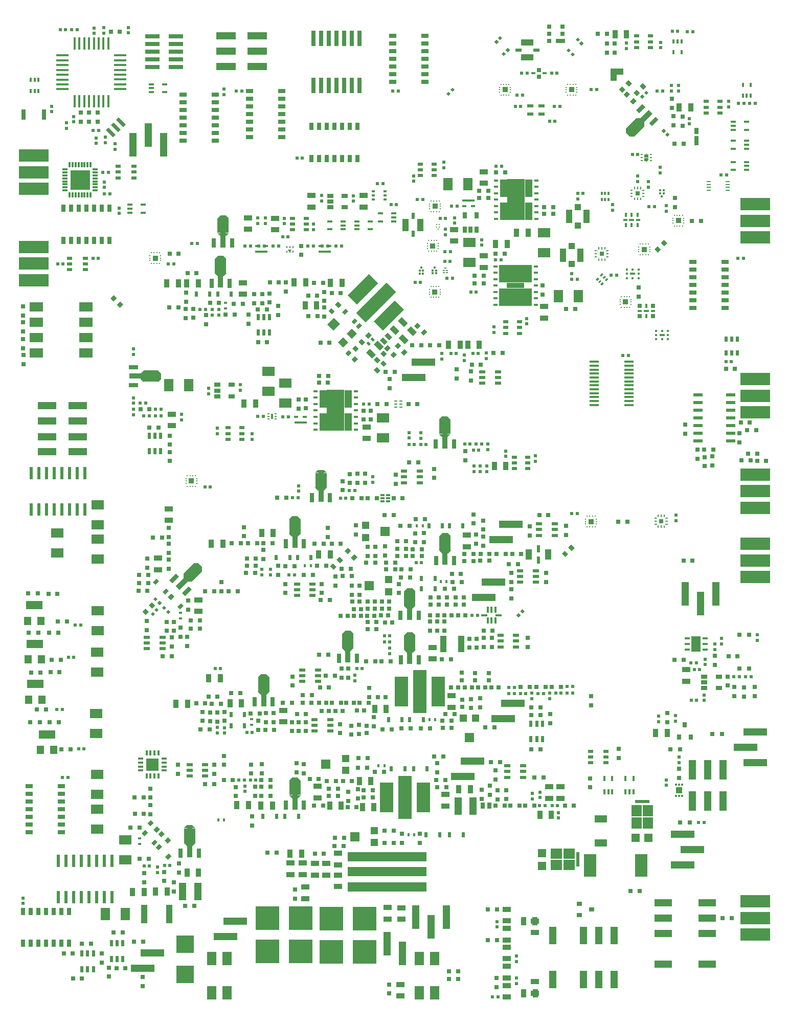
<source format=gtp>
G04 #@! TF.FileFunction,Paste,Top*
%FSLAX46Y46*%
G04 Gerber Fmt 4.6, Leading zero omitted, Abs format (unit mm)*
G04 Created by KiCad (PCBNEW 4.0.7) date Mon Jan 13 15:14:29 2020*
%MOMM*%
%LPD*%
G01*
G04 APERTURE LIST*
%ADD10C,0.150000*%
%ADD11R,0.702000X0.702000*%
%ADD12R,0.442000X0.202000*%
%ADD13R,0.202000X0.442000*%
%ADD14R,1.907000X2.427700*%
%ADD15R,0.713200X1.500600*%
%ADD16R,0.916400X5.336000*%
%ADD17R,2.162000X4.912000*%
%ADD18R,2.262000X7.112000*%
%ADD19R,0.497300X0.497300*%
%ADD20R,0.302000X0.212000*%
%ADD21R,2.002000X3.752000*%
%ADD22R,13.002000X1.502000*%
%ADD23R,1.502000X1.602000*%
%ADD24R,1.202000X1.202000*%
%ADD25R,0.612000X1.247000*%
%ADD26R,1.042000X1.802000*%
%ADD27R,0.452000X0.552000*%
%ADD28R,1.102000X0.602000*%
%ADD29R,0.552000X0.452000*%
%ADD30R,2.402000X0.742000*%
%ADD31R,3.202000X1.272000*%
%ADD32R,3.202400X1.272000*%
%ADD33R,1.272000X3.202000*%
%ADD34R,1.272000X3.202400*%
%ADD35R,0.902000X0.902000*%
%ADD36R,0.282000X0.202000*%
%ADD37R,0.202000X0.282000*%
%ADD38R,1.526000X2.034000*%
%ADD39R,2.034000X1.526000*%
%ADD40R,0.802000X1.602000*%
%ADD41R,0.799560X0.799560*%
%ADD42R,4.002000X1.202000*%
%ADD43R,1.202000X4.002000*%
%ADD44R,5.002000X2.002000*%
%ADD45R,1.002000X0.702000*%
%ADD46R,0.602000X2.002000*%
%ADD47R,0.602000X1.102000*%
%ADD48R,1.401540X0.901160*%
%ADD49R,0.702000X0.802000*%
%ADD50R,0.901160X1.401540*%
%ADD51R,0.802000X0.702000*%
%ADD52R,0.451580X2.000980*%
%ADD53R,2.000980X0.451580*%
%ADD54R,0.602000X0.952000*%
%ADD55R,1.552000X0.602000*%
%ADD56R,0.952000X0.602000*%
%ADD57R,0.502000X0.402000*%
%ADD58R,0.652000X0.352000*%
%ADD59R,0.552000X0.252000*%
%ADD60R,0.902000X0.602000*%
%ADD61R,3.002000X3.002000*%
%ADD62R,2.002000X1.052000*%
%ADD63R,0.652000X0.302000*%
%ADD64R,0.700500X0.799560*%
%ADD65R,0.799560X0.700500*%
%ADD66R,1.002000X0.352000*%
%ADD67R,0.352000X1.002000*%
%ADD68R,0.702000X0.402000*%
%ADD69R,2.102000X0.402000*%
%ADD70R,0.802000X0.652000*%
%ADD71R,1.552000X0.652000*%
%ADD72R,0.552000X0.152000*%
%ADD73R,0.702000X0.452000*%
%ADD74R,0.202000X0.052000*%
%ADD75R,0.352000X0.252000*%
%ADD76R,0.702000X0.602000*%
%ADD77R,1.142000X3.052000*%
%ADD78R,1.002000X2.802000*%
%ADD79R,1.002000X2.202000*%
%ADD80R,1.002000X1.002000*%
%ADD81R,0.700500X1.052000*%
%ADD82R,1.602000X1.502000*%
%ADD83R,0.802000X0.902000*%
%ADD84R,1.602000X2.502000*%
%ADD85R,0.902000X0.452000*%
%ADD86R,2.162000X1.522000*%
%ADD87R,0.702000X1.002000*%
%ADD88R,1.502000X2.222000*%
%ADD89R,0.952000X0.302000*%
%ADD90R,0.302000X0.952000*%
%ADD91R,2.152000X2.152000*%
%ADD92R,1.202000X3.002000*%
%ADD93R,0.902000X0.802000*%
%ADD94R,3.002000X1.202000*%
%ADD95R,0.302000X0.662000*%
%ADD96R,0.802000X1.102000*%
%ADD97R,0.802000X1.502000*%
%ADD98R,2.102000X1.002000*%
%ADD99R,1.002000X2.102000*%
%ADD100R,0.802000X1.702000*%
%ADD101R,0.852000X0.352000*%
%ADD102R,0.352000X0.852000*%
%ADD103R,4.002000X4.002000*%
%ADD104R,3.152000X1.202000*%
%ADD105R,1.222000X2.992000*%
%ADD106R,0.402000X0.402000*%
%ADD107R,0.902000X0.402000*%
%ADD108R,0.402000X0.732000*%
%ADD109R,0.732000X0.402000*%
%ADD110R,0.732000X0.732000*%
%ADD111R,0.677000X0.402000*%
%ADD112R,0.402000X0.677000*%
%ADD113R,1.277000X2.957000*%
%ADD114R,2.902000X6.802000*%
%ADD115R,0.302000X0.502000*%
%ADD116R,5.452000X2.957000*%
%ADD117R,2.902000X0.892000*%
%ADD118R,1.182000X0.702000*%
%ADD119R,0.402000X0.702000*%
%ADD120R,1.002000X0.542000*%
%ADD121R,1.502000X0.452000*%
%ADD122R,0.702000X1.182000*%
%ADD123R,0.252000X0.202000*%
%ADD124R,0.802000X2.502000*%
%ADD125R,0.302000X0.852000*%
%ADD126R,0.852000X0.302000*%
%ADD127R,3.202000X3.202000*%
%ADD128R,1.402000X1.342000*%
%ADD129R,1.902000X1.702000*%
%ADD130R,0.602000X2.402000*%
%ADD131R,2.102000X1.272000*%
%ADD132R,1.342000X1.402000*%
%ADD133R,1.702000X1.902000*%
%ADD134R,2.402000X0.602000*%
%ADD135R,0.632000X0.832000*%
%ADD136R,1.092000X0.992000*%
%ADD137R,0.312000X0.422000*%
%ADD138R,0.417000X0.312000*%
%ADD139R,0.392000X0.312000*%
%ADD140R,0.433000X0.328000*%
%ADD141R,0.408000X0.328000*%
%ADD142R,0.432000X0.942000*%
%ADD143R,0.342000X0.242000*%
%ADD144R,0.342000X0.232000*%
%ADD145R,2.427700X1.907000*%
%ADD146R,1.500600X0.713200*%
%ADD147R,5.336000X0.916400*%
%ADD148R,1.052000X2.002000*%
%ADD149R,1.202000X1.402000*%
%ADD150R,2.802000X1.402000*%
%ADD151R,0.752000X0.252000*%
%ADD152R,0.252000X0.402000*%
%ADD153R,0.242000X0.402000*%
G04 APERTURE END LIST*
D10*
G36*
X176028220Y-88902740D02*
X176070220Y-88952740D01*
X176070220Y-89054740D01*
X176028220Y-89104740D01*
X176028220Y-88902740D01*
X176028220Y-88902740D01*
G37*
G36*
X176870220Y-88262740D02*
X176820220Y-88304740D01*
X176718220Y-88304740D01*
X176668220Y-88262740D01*
X176870220Y-88262740D01*
X176870220Y-88262740D01*
G37*
G36*
X177510220Y-89104740D02*
X177468220Y-89054740D01*
X177468220Y-88952740D01*
X177510220Y-88902740D01*
X177510220Y-89104740D01*
X177510220Y-89104740D01*
G37*
G36*
X176668220Y-89744740D02*
X176718220Y-89702740D01*
X176820220Y-89702740D01*
X176870220Y-89744740D01*
X176668220Y-89744740D01*
X176668220Y-89744740D01*
G37*
G36*
X176028220Y-89402740D02*
X176070220Y-89452740D01*
X176070220Y-89554740D01*
X176028220Y-89604740D01*
X176028220Y-89402740D01*
X176028220Y-89402740D01*
G37*
G36*
X176028220Y-88402740D02*
X176070220Y-88452740D01*
X176070220Y-88554740D01*
X176028220Y-88604740D01*
X176028220Y-88402740D01*
X176028220Y-88402740D01*
G37*
G36*
X176370220Y-88262740D02*
X176320220Y-88304740D01*
X176218220Y-88304740D01*
X176168220Y-88262740D01*
X176370220Y-88262740D01*
X176370220Y-88262740D01*
G37*
G36*
X177370220Y-88262740D02*
X177320220Y-88304740D01*
X177218220Y-88304740D01*
X177168220Y-88262740D01*
X177370220Y-88262740D01*
X177370220Y-88262740D01*
G37*
G36*
X177510220Y-88604740D02*
X177468220Y-88554740D01*
X177468220Y-88452740D01*
X177510220Y-88402740D01*
X177510220Y-88604740D01*
X177510220Y-88604740D01*
G37*
G36*
X177510220Y-89604740D02*
X177468220Y-89554740D01*
X177468220Y-89452740D01*
X177510220Y-89402740D01*
X177510220Y-89604740D01*
X177510220Y-89604740D01*
G37*
G36*
X177168220Y-89744740D02*
X177218220Y-89702740D01*
X177320220Y-89702740D01*
X177370220Y-89744740D01*
X177168220Y-89744740D01*
X177168220Y-89744740D01*
G37*
D11*
X176769220Y-89003740D03*
D12*
X177729220Y-89503740D03*
X177729220Y-89003740D03*
X177729220Y-88503740D03*
D13*
X176269220Y-88043740D03*
X176769220Y-88043740D03*
X177269220Y-88043740D03*
X177269220Y-89963740D03*
X176269220Y-89963740D03*
X176769220Y-89963740D03*
D12*
X175809220Y-89503740D03*
X175809220Y-88503740D03*
X175809220Y-89003740D03*
D10*
G36*
X176168220Y-89744740D02*
X176218220Y-89702740D01*
X176320220Y-89702740D01*
X176370220Y-89744740D01*
X176168220Y-89744740D01*
X176168220Y-89744740D01*
G37*
G36*
X182444918Y-66521150D02*
X183146792Y-66519736D01*
X183794784Y-67167728D01*
X183793370Y-67869602D01*
X182444918Y-66521150D01*
X182444918Y-66521150D01*
G37*
G36*
X183794785Y-67868188D02*
X182078142Y-69584831D01*
X180729689Y-68236378D01*
X182446332Y-66519735D01*
X183794785Y-67868188D01*
X183794785Y-67868188D01*
G37*
G36*
X184019291Y-64680197D02*
X182958207Y-65741281D01*
X182453899Y-65236973D01*
X183514983Y-64175889D01*
X184019291Y-64680197D01*
X184019291Y-64680197D01*
G37*
G36*
X185150803Y-65811709D02*
X181377681Y-69584831D01*
X180729689Y-68936839D01*
X184502811Y-65163717D01*
X185150803Y-65811709D01*
X185150803Y-65811709D01*
G37*
G36*
X186138631Y-66799537D02*
X185077547Y-67860621D01*
X184573239Y-67356313D01*
X185634323Y-66295229D01*
X186138631Y-66799537D01*
X186138631Y-66799537D01*
G37*
G36*
X182079555Y-69583417D02*
X181377681Y-69584831D01*
X180729689Y-68936839D01*
X180731103Y-68234965D01*
X182079555Y-69583417D01*
X182079555Y-69583417D01*
G37*
G36*
X145925320Y-154551600D02*
X145430020Y-155048900D01*
X144513620Y-155048900D01*
X144018320Y-154551600D01*
X145925320Y-154551600D01*
X145925320Y-154551600D01*
G37*
D14*
X144971820Y-153339750D03*
D15*
X146470420Y-156216300D03*
D16*
X144971820Y-154298600D03*
D15*
X143473220Y-156216300D03*
D10*
G36*
X144018320Y-152127900D02*
X144513620Y-151630600D01*
X145430020Y-151630600D01*
X145925320Y-152127900D01*
X144018320Y-152127900D01*
X144018320Y-152127900D01*
G37*
D17*
X141171660Y-179012820D03*
X147271660Y-179012820D03*
D18*
X144221660Y-179012820D03*
D19*
X133647180Y-87701120D03*
X132748020Y-87701120D03*
D20*
X150891700Y-91352020D03*
X150641700Y-92152020D03*
X151141700Y-92152020D03*
X151141700Y-91752020D03*
X150641700Y-91752020D03*
D10*
G36*
X151728360Y-118837580D02*
X151233060Y-119334880D01*
X150316660Y-119334880D01*
X149821360Y-118837580D01*
X151728360Y-118837580D01*
X151728360Y-118837580D01*
G37*
D14*
X150774860Y-117625730D03*
D15*
X152273460Y-120502280D03*
D16*
X150774860Y-118584580D03*
D15*
X149276260Y-120502280D03*
D10*
G36*
X149821360Y-116413880D02*
X150316660Y-115916580D01*
X151233060Y-115916580D01*
X151728360Y-116413880D01*
X149821360Y-116413880D01*
X149821360Y-116413880D01*
G37*
D21*
X174794600Y-190271400D03*
X183294600Y-190271400D03*
D22*
X141242680Y-191301100D03*
X141242680Y-188801100D03*
X141242680Y-193801100D03*
D23*
X135862860Y-185478020D03*
D24*
X139112860Y-186478020D03*
X139112860Y-184478020D03*
D25*
X166279820Y-139673320D03*
X166279820Y-137818320D03*
D26*
X164654820Y-138745820D03*
X167904820Y-138745820D03*
D27*
X128573940Y-140655940D03*
X127623940Y-140655940D03*
D28*
X128898940Y-143655940D03*
X128898940Y-144605940D03*
X128898940Y-145555940D03*
X126298940Y-145555940D03*
X126298940Y-144605940D03*
X126298940Y-143655940D03*
D29*
X118748940Y-166030940D03*
X118748940Y-166980940D03*
D10*
G36*
X108884070Y-143269262D02*
X108182196Y-143270676D01*
X107534204Y-142622684D01*
X107535618Y-141920810D01*
X108884070Y-143269262D01*
X108884070Y-143269262D01*
G37*
G36*
X107534204Y-141922223D02*
X109250847Y-140205580D01*
X110599300Y-141554033D01*
X108882657Y-143270676D01*
X107534204Y-141922223D01*
X107534204Y-141922223D01*
G37*
G36*
X107309698Y-145110214D02*
X108370782Y-144049130D01*
X108875090Y-144553438D01*
X107814006Y-145614522D01*
X107309698Y-145110214D01*
X107309698Y-145110214D01*
G37*
G36*
X106178186Y-143978702D02*
X109951308Y-140205580D01*
X110599300Y-140853572D01*
X106826178Y-144626694D01*
X106178186Y-143978702D01*
X106178186Y-143978702D01*
G37*
G36*
X105190358Y-142990874D02*
X106251442Y-141929790D01*
X106755750Y-142434098D01*
X105694666Y-143495182D01*
X105190358Y-142990874D01*
X105190358Y-142990874D01*
G37*
G36*
X109249433Y-140206995D02*
X109951307Y-140205581D01*
X110599299Y-140853573D01*
X110597885Y-141555447D01*
X109249433Y-140206995D01*
X109249433Y-140206995D01*
G37*
D30*
X102388780Y-58053980D03*
X106263780Y-58053980D03*
X102363780Y-55513980D03*
X106263780Y-55513980D03*
X106263780Y-56783980D03*
X102363780Y-56783980D03*
X102363780Y-54243980D03*
X106263780Y-54243980D03*
X106263780Y-52973980D03*
X102363780Y-52973980D03*
D31*
X114543820Y-52914980D03*
X114543820Y-55489980D03*
X114543820Y-58029980D03*
D32*
X119693820Y-52914980D03*
D31*
X119693820Y-55489980D03*
X119693820Y-58029980D03*
D33*
X196859380Y-174440980D03*
X194284380Y-174440980D03*
X191744380Y-174440980D03*
D34*
X196859380Y-179590980D03*
D33*
X194284380Y-179590980D03*
X191744380Y-179590980D03*
D23*
X138248940Y-143955940D03*
D24*
X141498940Y-144955940D03*
X141498940Y-142955940D03*
D35*
X183807280Y-88272520D03*
D36*
X184702280Y-88672520D03*
X184702280Y-87872520D03*
X184702280Y-88272520D03*
D37*
X183132280Y-89167520D03*
X183582280Y-89167520D03*
X184032280Y-89167520D03*
X184482280Y-89167520D03*
X183132280Y-87377520D03*
X183582280Y-87377520D03*
X184032280Y-87377520D03*
D36*
X182912280Y-87872520D03*
X182912280Y-88672520D03*
X182912280Y-88272520D03*
D37*
X184482280Y-87377520D03*
D38*
X154584860Y-77472140D03*
X151282860Y-77472140D03*
D39*
X167239140Y-85549340D03*
X167239140Y-88851340D03*
X154813460Y-90421060D03*
X154813460Y-87119060D03*
D38*
X169621200Y-95986600D03*
X172923200Y-95986600D03*
D39*
X124403780Y-113674980D03*
X124403780Y-110372980D03*
X140548940Y-116154940D03*
X140548940Y-119456940D03*
D27*
X148273940Y-166155940D03*
X149223940Y-166155940D03*
D10*
G36*
X144004760Y-144846640D02*
X144500060Y-144349340D01*
X145416460Y-144349340D01*
X145911760Y-144846640D01*
X144004760Y-144846640D01*
X144004760Y-144846640D01*
G37*
D14*
X144958260Y-146058490D03*
D10*
G36*
X145911760Y-147270340D02*
X145416460Y-147767640D01*
X144500060Y-147767640D01*
X144004760Y-147270340D01*
X145911760Y-147270340D01*
X145911760Y-147270340D01*
G37*
D40*
X146458260Y-148884340D03*
D16*
X144958260Y-147017340D03*
D40*
X143458260Y-148884340D03*
D27*
X150073940Y-143255940D03*
X151023940Y-143255940D03*
D10*
G36*
X151766960Y-138108680D02*
X151271660Y-138605980D01*
X150355260Y-138605980D01*
X149859960Y-138108680D01*
X151766960Y-138108680D01*
X151766960Y-138108680D01*
G37*
D14*
X150813460Y-136896830D03*
D15*
X152312060Y-139773380D03*
D16*
X150813460Y-137855680D03*
D15*
X149314860Y-139773380D03*
D10*
G36*
X149859960Y-135684980D02*
X150355260Y-135187680D01*
X151271660Y-135187680D01*
X151766960Y-135684980D01*
X149859960Y-135684980D01*
X149859960Y-135684980D01*
G37*
D29*
X114498940Y-97080940D03*
X114498940Y-98030940D03*
D10*
G36*
X114603720Y-92218380D02*
X114108420Y-92715680D01*
X113192020Y-92715680D01*
X112696720Y-92218380D01*
X114603720Y-92218380D01*
X114603720Y-92218380D01*
G37*
D14*
X113650220Y-91006530D03*
D15*
X115148820Y-93883080D03*
D16*
X113650220Y-91965380D03*
D15*
X112151620Y-93883080D03*
D10*
G36*
X112696720Y-89794680D02*
X113192020Y-89297380D01*
X114108420Y-89297380D01*
X114603720Y-89794680D01*
X112696720Y-89794680D01*
X112696720Y-89794680D01*
G37*
D27*
X140764740Y-173737240D03*
X139814740Y-173737240D03*
D41*
X81820440Y-145228180D03*
X83420640Y-145228180D03*
D42*
X200545580Y-170678680D03*
X202145580Y-173218680D03*
X202145580Y-168138680D03*
D43*
X193125780Y-146866380D03*
X195665780Y-145266380D03*
X190585780Y-145266380D03*
D42*
X191756980Y-187597620D03*
X190156980Y-185057620D03*
X190156980Y-190137620D03*
D44*
X82753780Y-93373980D03*
X82753780Y-87873980D03*
X82753780Y-90623980D03*
X82743780Y-78253980D03*
X82743780Y-72753980D03*
X82743780Y-75503980D03*
X202153780Y-196193980D03*
X202153780Y-201693980D03*
X202153780Y-198943980D03*
X202153780Y-137003980D03*
X202153780Y-142503980D03*
X202153780Y-139753980D03*
X202173260Y-125551620D03*
X202173260Y-131051620D03*
X202173260Y-128301620D03*
X202158700Y-109766640D03*
X202158700Y-115266640D03*
X202158700Y-112516640D03*
X202142780Y-80781580D03*
X202142780Y-86281580D03*
X202142780Y-83531580D03*
D45*
X115483780Y-110683980D03*
X115483780Y-112583980D03*
X113083780Y-112583980D03*
X113083780Y-110683980D03*
X113083780Y-111633980D03*
D46*
X86748780Y-189453980D03*
X88018780Y-189453980D03*
X89288780Y-189453980D03*
X90558780Y-189453980D03*
X91828780Y-189453980D03*
X93098780Y-189453980D03*
X94368780Y-189453980D03*
X95638780Y-189453980D03*
X86748780Y-195453980D03*
X88018780Y-195453980D03*
X89288780Y-195453980D03*
X90558780Y-195453980D03*
X91828780Y-195453980D03*
X93098780Y-195453980D03*
X94368780Y-195453980D03*
X95638780Y-195453980D03*
D47*
X90699200Y-204797520D03*
X91649200Y-204797520D03*
X92599200Y-204797520D03*
X92599200Y-207397520D03*
X91649200Y-207397520D03*
X90699200Y-207397520D03*
D48*
X165733780Y-209501480D03*
X165733780Y-211406480D03*
X165733780Y-199471480D03*
X165733780Y-201376480D03*
X161033780Y-197521480D03*
X161033780Y-199426480D03*
X161063780Y-200661480D03*
X161063780Y-202566480D03*
X161033780Y-203791480D03*
X161033780Y-205696480D03*
X161033780Y-206951480D03*
X161033780Y-208856480D03*
X161043780Y-210101480D03*
X161043780Y-212006480D03*
D49*
X159403780Y-197493980D03*
X157903780Y-197493980D03*
D19*
X159403780Y-199534400D03*
X159403780Y-200433560D03*
X162613780Y-205244400D03*
X162613780Y-206143560D03*
X162603780Y-208884400D03*
X162603780Y-209783560D03*
X159603360Y-212003980D03*
X158704200Y-212003980D03*
D50*
X163831280Y-211403980D03*
X165736280Y-211403980D03*
X165726280Y-199473980D03*
X163821280Y-199473980D03*
D49*
X159403780Y-202573980D03*
X157903780Y-202573980D03*
D51*
X159323780Y-208863980D03*
X159323780Y-210363980D03*
D52*
X95070000Y-63749820D03*
X94269900Y-63749820D03*
X93469800Y-63749820D03*
X92669700Y-63749820D03*
X91869600Y-63749820D03*
X91069500Y-63749820D03*
X90269400Y-63749820D03*
X89469300Y-63749820D03*
X89474380Y-54184180D03*
X95087780Y-54184180D03*
X94274980Y-54184180D03*
X93462180Y-54184180D03*
X92674780Y-54184180D03*
X91861980Y-54184180D03*
X91074580Y-54184180D03*
X90261780Y-54184180D03*
D53*
X87467780Y-61758460D03*
X87467780Y-60960900D03*
X87467780Y-60158260D03*
X87467780Y-59360700D03*
X87467780Y-58558060D03*
X87467780Y-57760500D03*
X87467780Y-56957860D03*
X87467780Y-56160300D03*
X97068980Y-61753380D03*
X97068980Y-60965980D03*
X97068980Y-60153180D03*
X97068980Y-59365780D03*
X97068980Y-58578380D03*
X97068980Y-57765580D03*
X97068980Y-56952780D03*
X97068980Y-56139980D03*
D50*
X119456280Y-113833980D03*
X117551280Y-113833980D03*
D48*
X137848780Y-117681480D03*
X137848780Y-119586480D03*
D49*
X199260580Y-155591380D03*
X197760580Y-155591380D03*
D19*
X192463160Y-162866980D03*
X191564000Y-162866980D03*
D54*
X199237740Y-105376480D03*
X198287740Y-105376480D03*
X197337740Y-105376480D03*
X197337740Y-103126480D03*
X199237740Y-103126480D03*
X198287740Y-103126480D03*
D55*
X192709920Y-112366780D03*
X192709920Y-113636780D03*
X192709920Y-114906780D03*
X192709920Y-119986780D03*
X192709920Y-118716780D03*
X192709920Y-117446780D03*
X192709920Y-116176780D03*
X198109920Y-112366780D03*
X198109920Y-113636780D03*
X198109920Y-114906780D03*
X198109920Y-119986780D03*
X198109920Y-118716780D03*
X198109920Y-117446780D03*
X198109920Y-116176780D03*
D56*
X117173780Y-117808980D03*
X117173780Y-118758980D03*
X117173780Y-119708980D03*
X114923780Y-119708980D03*
X114923780Y-117808980D03*
X114923780Y-118758980D03*
D51*
X189572680Y-174272080D03*
X189572680Y-175772080D03*
D10*
G36*
X142486866Y-104260965D02*
X143053965Y-103693866D01*
X143550354Y-104190255D01*
X142983255Y-104757354D01*
X142486866Y-104260965D01*
X142486866Y-104260965D01*
G37*
G36*
X143547526Y-105321625D02*
X144114625Y-104754526D01*
X144611014Y-105250915D01*
X144043915Y-105818014D01*
X143547526Y-105321625D01*
X143547526Y-105321625D01*
G37*
D49*
X133548940Y-95505940D03*
X132048940Y-95505940D03*
X130598940Y-93805940D03*
X129098940Y-93805940D03*
D57*
X138956040Y-78693800D03*
X138956040Y-79343800D03*
X138956040Y-79993800D03*
X140856040Y-79993800D03*
X140856040Y-79343800D03*
X140856040Y-78693800D03*
D10*
G36*
X109480540Y-186513340D02*
X108985240Y-187010640D01*
X108068840Y-187010640D01*
X107573540Y-186513340D01*
X109480540Y-186513340D01*
X109480540Y-186513340D01*
G37*
D14*
X108527040Y-185301490D03*
D15*
X110025640Y-188178040D03*
D16*
X108527040Y-186260340D03*
D15*
X107028440Y-188178040D03*
D10*
G36*
X107573540Y-184089640D02*
X108068840Y-183592340D01*
X108985240Y-183592340D01*
X109480540Y-184089640D01*
X107573540Y-184089640D01*
X107573540Y-184089640D01*
G37*
D58*
X141398940Y-130005940D03*
X141398940Y-129455940D03*
X141398940Y-128905940D03*
X140498940Y-130005940D03*
X140498940Y-128905940D03*
X140498940Y-129455940D03*
D59*
X143498980Y-114406220D03*
X143498980Y-113906220D03*
X143498980Y-113406220D03*
X142698980Y-114406220D03*
X142698980Y-113406220D03*
X142698980Y-113906220D03*
D28*
X129789780Y-157883200D03*
X129789780Y-158833200D03*
X129789780Y-159783200D03*
X127189780Y-159783200D03*
X127189780Y-158833200D03*
X127189780Y-157883200D03*
X166398940Y-135605940D03*
X166398940Y-134655940D03*
X166398940Y-133705940D03*
X168998940Y-133705940D03*
X168998940Y-134655940D03*
X168998940Y-135605940D03*
D45*
X134209940Y-79392020D03*
X134209940Y-81292020D03*
X131809940Y-81292020D03*
X131809940Y-79392020D03*
X131809940Y-80342020D03*
D28*
X144054300Y-126874040D03*
X144054300Y-125924040D03*
X144054300Y-124974040D03*
X146654300Y-124974040D03*
X146654300Y-125924040D03*
X146654300Y-126874040D03*
D60*
X99308900Y-74525700D03*
X99308900Y-75475700D03*
X99308900Y-76425700D03*
X96708900Y-74525700D03*
X96708900Y-75475700D03*
X96708900Y-76425700D03*
X91285040Y-89719980D03*
X91285040Y-90669980D03*
X91285040Y-91619980D03*
X88685040Y-89719980D03*
X88685040Y-90669980D03*
X88685040Y-91619980D03*
D19*
X145733540Y-120562100D03*
X144834380Y-120562100D03*
D49*
X140804660Y-184462020D03*
X142304660Y-184462020D03*
X142304660Y-186504180D03*
X140804660Y-186504180D03*
X146998940Y-139005940D03*
X145498940Y-139005940D03*
D19*
X156896840Y-120483360D03*
X155997680Y-120483360D03*
D49*
X109264340Y-196953740D03*
X107764340Y-196953740D03*
D50*
X108107940Y-191441940D03*
X110012940Y-191441940D03*
D49*
X99445840Y-181726440D03*
X100945840Y-181726440D03*
D51*
X102037340Y-180252540D03*
X102037340Y-181752540D03*
D49*
X99433140Y-178995940D03*
X100933140Y-178995940D03*
D19*
X137349360Y-113855940D03*
X138248520Y-113855940D03*
X141667280Y-155167280D03*
X141667280Y-154268120D03*
X141672360Y-152205200D03*
X140773200Y-152205200D03*
X141672360Y-153257200D03*
X140773200Y-153257200D03*
X123916900Y-86166560D03*
X124816060Y-86166560D03*
X142770860Y-80873600D03*
X141871700Y-80873600D03*
X171813220Y-93202760D03*
X172712380Y-93202760D03*
X155969160Y-95313100D03*
X155070000Y-95313100D03*
X178571580Y-80872200D03*
X178571580Y-81771360D03*
X171805600Y-92290900D03*
X171805600Y-93190060D03*
X172783500Y-79014320D03*
X173682660Y-79014320D03*
X152808940Y-81150460D03*
X151909780Y-81150460D03*
X172786040Y-79910940D03*
X172786040Y-79011780D03*
X150914100Y-83111340D03*
X150014940Y-83111340D03*
X152052480Y-93088060D03*
X151153320Y-93088060D03*
X150876000Y-84924900D03*
X150876000Y-85824060D03*
X151661320Y-90288980D03*
X150762160Y-90288980D03*
D49*
X158190620Y-138654380D03*
X156690620Y-138654380D03*
X146998940Y-137905940D03*
X145498940Y-137905940D03*
D51*
X137998940Y-139005940D03*
X137998940Y-137505940D03*
D49*
X139253780Y-140083980D03*
X137753780Y-140083980D03*
D19*
X134389320Y-129460860D03*
X133490160Y-129460860D03*
X126482880Y-129365740D03*
X125583720Y-129365740D03*
X99243540Y-113732920D03*
X99243540Y-112833760D03*
D51*
X133886980Y-126629460D03*
X133886980Y-128129460D03*
X154163220Y-123175060D03*
X154163220Y-121675060D03*
D49*
X164862540Y-160726460D03*
X163362540Y-160726460D03*
D19*
X150807880Y-88622740D03*
X151707040Y-88622740D03*
D49*
X160834760Y-138646760D03*
X159334760Y-138646760D03*
X156675380Y-139805000D03*
X158175380Y-139805000D03*
X154038860Y-138646760D03*
X155538860Y-138646760D03*
X154046480Y-139835480D03*
X155546480Y-139835480D03*
D19*
X146935760Y-140162000D03*
X146036600Y-140162000D03*
D49*
X145103780Y-141183980D03*
X143603780Y-141183980D03*
X142572740Y-140085800D03*
X141072740Y-140085800D03*
D51*
X139248940Y-137505940D03*
X139248940Y-139005940D03*
D10*
G36*
X136311014Y-139200915D02*
X135743915Y-139768014D01*
X135247526Y-139271625D01*
X135814625Y-138704526D01*
X136311014Y-139200915D01*
X136311014Y-139200915D01*
G37*
G36*
X135250354Y-138140255D02*
X134683255Y-138707354D01*
X134186866Y-138210965D01*
X134753965Y-137643866D01*
X135250354Y-138140255D01*
X135250354Y-138140255D01*
G37*
D19*
X154976600Y-120483360D03*
X154077440Y-120483360D03*
X156670780Y-125029960D03*
X156670780Y-124130800D03*
X155614140Y-125029960D03*
X155614140Y-124130800D03*
X147684260Y-120562100D03*
X146785100Y-120562100D03*
D51*
X138498940Y-114955940D03*
X138498940Y-116455940D03*
X137298940Y-114955940D03*
X137298940Y-116455940D03*
D49*
X129948700Y-109217380D03*
X131448700Y-109217380D03*
X129923300Y-110340060D03*
X131423300Y-110340060D03*
D51*
X127792940Y-114590180D03*
X127792940Y-113090180D03*
X126553420Y-114605420D03*
X126553420Y-113105420D03*
D39*
X121548580Y-111789080D03*
X121548580Y-108487080D03*
D19*
X116963780Y-110674400D03*
X116963780Y-111573560D03*
X99228300Y-114754000D03*
X99228300Y-115653160D03*
X134999360Y-128155940D03*
X135898520Y-128155940D03*
X126617500Y-128304020D03*
X126617500Y-127404860D03*
X124231860Y-83113480D03*
X124231860Y-84012640D03*
X129073100Y-84104080D03*
X129073100Y-85003240D03*
X164332340Y-100597840D03*
X164332340Y-99698680D03*
D48*
X152338460Y-85002240D03*
X152338460Y-86907240D03*
D19*
X145844200Y-93703980D03*
X146743360Y-93703980D03*
X150627540Y-74741640D03*
X150627540Y-73842480D03*
X145627780Y-76097000D03*
X145627780Y-76996160D03*
X147149240Y-80036540D03*
X146250080Y-80036540D03*
X100343360Y-113694820D03*
X101242520Y-113694820D03*
X99248620Y-104746400D03*
X99248620Y-105645560D03*
X104981200Y-90687760D03*
X105880360Y-90687760D03*
X162771280Y-62757920D03*
X163670440Y-62757920D03*
D49*
X139277260Y-156437980D03*
X137777260Y-156437980D03*
D51*
X133719040Y-157679340D03*
X133719040Y-159179340D03*
D49*
X131448940Y-155355940D03*
X129948940Y-155355940D03*
D48*
X141283780Y-199136480D03*
X141283780Y-197231480D03*
X143603780Y-199176480D03*
X143603780Y-197271480D03*
X143393780Y-211846480D03*
X143393780Y-209941480D03*
D61*
X107783780Y-203313980D03*
X107783780Y-208313980D03*
D49*
X151815280Y-156114700D03*
X150315280Y-156114700D03*
D48*
X137292380Y-79353960D03*
X137292380Y-81258960D03*
D49*
X141812760Y-156424580D03*
X140312760Y-156424580D03*
D19*
X117696440Y-87723580D03*
X118595600Y-87723580D03*
X119771620Y-83057600D03*
X119771620Y-83956760D03*
X121051780Y-83057600D03*
X121051780Y-83956760D03*
X111051800Y-127601580D03*
X111950960Y-127601580D03*
X108887720Y-87291780D03*
X109786880Y-87291780D03*
X135646460Y-79379360D03*
X135646460Y-80278520D03*
X130419140Y-79374280D03*
X130419140Y-80273440D03*
D48*
X128691940Y-79359040D03*
X128691940Y-81264040D03*
D51*
X167005000Y-94251080D03*
X167005000Y-95751080D03*
D49*
X170892460Y-98116260D03*
X172392460Y-98116260D03*
X159184100Y-88958020D03*
X160684100Y-88958020D03*
D19*
X159164480Y-89999420D03*
X160063640Y-89999420D03*
D49*
X157224620Y-92590220D03*
X155724620Y-92590220D03*
X157209380Y-93900860D03*
X155709380Y-93900860D03*
X167240980Y-82379420D03*
X168740980Y-82379420D03*
X167246060Y-81251660D03*
X168746060Y-81251660D03*
X159290780Y-75562060D03*
X160790780Y-75562060D03*
D19*
X159291480Y-74474940D03*
X160190640Y-74474940D03*
D49*
X157951060Y-78584660D03*
X156451060Y-78584660D03*
X157951060Y-79788620D03*
X156451060Y-79788620D03*
D19*
X189337140Y-52178820D03*
X188437980Y-52178820D03*
X191836500Y-52209300D03*
X190937340Y-52209300D03*
D10*
G36*
X182578525Y-62882734D02*
X182011426Y-62315635D01*
X182507815Y-61819246D01*
X183074914Y-62386345D01*
X182578525Y-62882734D01*
X182578525Y-62882734D01*
G37*
G36*
X183639185Y-61822074D02*
X183072086Y-61254975D01*
X183568475Y-60758586D01*
X184135574Y-61325685D01*
X183639185Y-61822074D01*
X183639185Y-61822074D01*
G37*
D62*
X164460380Y-54034840D03*
D28*
X162960380Y-55259840D03*
D62*
X164460380Y-56484840D03*
D28*
X165960380Y-55259840D03*
D63*
X165440780Y-59125720D03*
D51*
X166390780Y-59675720D03*
D63*
X167340780Y-59125720D03*
D51*
X166390780Y-58575720D03*
D50*
X153096440Y-177605940D03*
X155001440Y-177605940D03*
X138518720Y-176268760D03*
X136613720Y-176268760D03*
D19*
X113377980Y-98211560D03*
X113377980Y-99110720D03*
X117599920Y-176099440D03*
X116700760Y-176099440D03*
D64*
X131130600Y-163360100D03*
X129930600Y-163360100D03*
X131579040Y-164669840D03*
X130379040Y-164669840D03*
X133852340Y-164644440D03*
X132652340Y-164644440D03*
X136233740Y-164580940D03*
X137433740Y-164580940D03*
X140938940Y-162396540D03*
X139738940Y-162396540D03*
D65*
X153598940Y-158355940D03*
X153598940Y-159555940D03*
X155798940Y-159605940D03*
X155798940Y-158405940D03*
D64*
X157478620Y-160751860D03*
X156278620Y-160751860D03*
X159693500Y-160751860D03*
X158493500Y-160751860D03*
X149566380Y-148841060D03*
X148366380Y-148841060D03*
X154198940Y-148805940D03*
X152998940Y-148805940D03*
X135689900Y-163360100D03*
X134489900Y-163360100D03*
X153013300Y-160756940D03*
X151813300Y-160756940D03*
X155253580Y-160756940D03*
X154053580Y-160756940D03*
D65*
X158098940Y-159605940D03*
X158098940Y-158405940D03*
D64*
X151887940Y-148815660D03*
X150687940Y-148815660D03*
D19*
X162306600Y-161818660D03*
X161407440Y-161818660D03*
X164186200Y-161788180D03*
X163287040Y-161788180D03*
X165184420Y-161750080D03*
X165184420Y-162649240D03*
X167122440Y-161757700D03*
X166223280Y-161757700D03*
X168125740Y-161704360D03*
X168125740Y-162603520D03*
X170028200Y-161752620D03*
X169129040Y-161752620D03*
X171054360Y-161747540D03*
X171953520Y-161747540D03*
D49*
X167433020Y-160726460D03*
X165933020Y-160726460D03*
X170013660Y-160680740D03*
X168513660Y-160680740D03*
D19*
X156198520Y-148805940D03*
X155299360Y-148805940D03*
D10*
G36*
X163625121Y-147826075D02*
X163976765Y-148177719D01*
X163625121Y-148529363D01*
X163273477Y-148177719D01*
X163625121Y-147826075D01*
X163625121Y-147826075D01*
G37*
G36*
X162989319Y-148461877D02*
X163340963Y-148813521D01*
X162989319Y-149165165D01*
X162637675Y-148813521D01*
X162989319Y-148461877D01*
X162989319Y-148461877D01*
G37*
D19*
X162296440Y-160751860D03*
X161397280Y-160751860D03*
X171933200Y-160650260D03*
X171034040Y-160650260D03*
D50*
X106277540Y-163450640D03*
X108182540Y-163450640D03*
D60*
X174884540Y-173241140D03*
X174884540Y-172291140D03*
X174884540Y-171341140D03*
X177484540Y-173241140D03*
X177484540Y-172291140D03*
X177484540Y-171341140D03*
D10*
G36*
X121744600Y-161501460D02*
X121249300Y-161998760D01*
X120332900Y-161998760D01*
X119837600Y-161501460D01*
X121744600Y-161501460D01*
X121744600Y-161501460D01*
G37*
D14*
X120791100Y-160289610D03*
D15*
X122289700Y-163166160D03*
D16*
X120791100Y-161248460D03*
D15*
X119292500Y-163166160D03*
D10*
G36*
X119837600Y-159077760D02*
X120332900Y-158580460D01*
X121249300Y-158580460D01*
X121744600Y-159077760D01*
X119837600Y-159077760D01*
X119837600Y-159077760D01*
G37*
G36*
X126902440Y-135331940D02*
X126407140Y-135829240D01*
X125490740Y-135829240D01*
X124995440Y-135331940D01*
X126902440Y-135331940D01*
X126902440Y-135331940D01*
G37*
D14*
X125948940Y-134120090D03*
D15*
X127447540Y-136996640D03*
D16*
X125948940Y-135078940D03*
D15*
X124450340Y-136996640D03*
D10*
G36*
X124995440Y-132908240D02*
X125490740Y-132410940D01*
X126407140Y-132410940D01*
X126902440Y-132908240D01*
X124995440Y-132908240D01*
X124995440Y-132908240D01*
G37*
D66*
X157311700Y-148805500D03*
X159711700Y-148805500D03*
D67*
X159161700Y-149705500D03*
X157861700Y-149705500D03*
X158511700Y-149705500D03*
X159161700Y-147905500D03*
X157861700Y-147905500D03*
X158511700Y-147905500D03*
D19*
X165249280Y-179243860D03*
X165249280Y-178344700D03*
X167378380Y-180365400D03*
X166479220Y-180365400D03*
X166578740Y-179000120D03*
X166578740Y-178100960D03*
X169448520Y-180355940D03*
X168549360Y-180355940D03*
X169626740Y-181491860D03*
X169626740Y-182391020D03*
X150277240Y-105492900D03*
X150277240Y-106392060D03*
X152695320Y-105497980D03*
X151796160Y-105497980D03*
X154023740Y-105746900D03*
X154023740Y-106646060D03*
X156314820Y-105497980D03*
X155415660Y-105497980D03*
X157643240Y-105429400D03*
X157643240Y-106328560D03*
D49*
X123298940Y-93755940D03*
X121798940Y-93755940D03*
D51*
X124498940Y-93755940D03*
X124498940Y-95255940D03*
D49*
X146891540Y-104152300D03*
X145391540Y-104152300D03*
D50*
X168432940Y-181903340D03*
X166527940Y-181903340D03*
D48*
X168092440Y-177208120D03*
X168092440Y-179113120D03*
X169942440Y-179138120D03*
X169942440Y-177233120D03*
D19*
X112265460Y-99125960D03*
X112265460Y-98226800D03*
X110261400Y-98249660D03*
X111160560Y-98249660D03*
X117648940Y-178005520D03*
X117648940Y-177106360D03*
X119492220Y-176099440D03*
X118593060Y-176099440D03*
D49*
X148998940Y-172205940D03*
X150498940Y-172205940D03*
X137928240Y-174080140D03*
X136428240Y-174080140D03*
D50*
X104765880Y-93909880D03*
X106670880Y-93909880D03*
X116350240Y-180290440D03*
X118255240Y-180290440D03*
D10*
G36*
X126917640Y-178625740D02*
X126422340Y-179123040D01*
X125505940Y-179123040D01*
X125010640Y-178625740D01*
X126917640Y-178625740D01*
X126917640Y-178625740D01*
G37*
D14*
X125964140Y-177413890D03*
D15*
X127462740Y-180290440D03*
D16*
X125964140Y-178372740D03*
D15*
X124465540Y-180290440D03*
D10*
G36*
X125010640Y-176202040D02*
X125505940Y-175704740D01*
X126422340Y-175704740D01*
X126917640Y-176202040D01*
X125010640Y-176202040D01*
X125010640Y-176202040D01*
G37*
D64*
X134737860Y-148932500D03*
X133537860Y-148932500D03*
X135698940Y-147805940D03*
X136898940Y-147805940D03*
X139137140Y-148891860D03*
X137937140Y-148891860D03*
D65*
X139448940Y-149905940D03*
X139448940Y-151105940D03*
D64*
X141367260Y-148886780D03*
X140167260Y-148886780D03*
D19*
X120739360Y-115943300D03*
X119840200Y-115943300D03*
X124854160Y-115958540D03*
X123955000Y-115958540D03*
D64*
X136917180Y-148907100D03*
X135717180Y-148907100D03*
D65*
X137998940Y-149905940D03*
X137998940Y-151105940D03*
D48*
X133054780Y-193754880D03*
X133054780Y-191849880D03*
D64*
X142098940Y-150055940D03*
X140898940Y-150055940D03*
D48*
X105048940Y-131203440D03*
X105048940Y-133108440D03*
D49*
X102448940Y-135955940D03*
X103948940Y-135955940D03*
D51*
X113798940Y-143355940D03*
X113798940Y-144855940D03*
D50*
X112108960Y-136997700D03*
X114013960Y-136997700D03*
D51*
X117548940Y-134255940D03*
X117548940Y-135755940D03*
X131398940Y-134355940D03*
X131398940Y-135855940D03*
D47*
X97474390Y-205725430D03*
X96524390Y-205725430D03*
X95574390Y-205725430D03*
X95574390Y-203125430D03*
X96524390Y-203125430D03*
X97474390Y-203125430D03*
D68*
X127628700Y-115976300D03*
X126148700Y-115976300D03*
D69*
X126888700Y-116926300D03*
D48*
X133088840Y-190121140D03*
X133088840Y-188216140D03*
D49*
X133913640Y-176302640D03*
X135413640Y-176302640D03*
X150869540Y-176112140D03*
X149369540Y-176112140D03*
X111122020Y-163432860D03*
X109622020Y-163432860D03*
X141083780Y-141193980D03*
X142583780Y-141193980D03*
D48*
X125232620Y-191759440D03*
X125232620Y-189854440D03*
D50*
X127069040Y-188272020D03*
X125164040Y-188272020D03*
D48*
X127234140Y-191734040D03*
X127234140Y-189829040D03*
X131173780Y-189931480D03*
X131173780Y-191836480D03*
X129243780Y-189941480D03*
X129243780Y-191846480D03*
D19*
X144836340Y-119491360D03*
X144836340Y-118592200D03*
X146769860Y-119533400D03*
X146769860Y-118634240D03*
X155494760Y-121512060D03*
X156393920Y-121512060D03*
X157910300Y-120488440D03*
X157910300Y-121387600D03*
D49*
X105148940Y-97905940D03*
X106648940Y-97905940D03*
D51*
X121748940Y-97055940D03*
X121748940Y-95555940D03*
D49*
X113134260Y-162271580D03*
X111634260Y-162271580D03*
D51*
X120503140Y-175020640D03*
X120503140Y-173520640D03*
D49*
X128748940Y-162055940D03*
X127248940Y-162055940D03*
D51*
X126243540Y-173355540D03*
X126243540Y-174855540D03*
X138289160Y-160897240D03*
X138289160Y-162397240D03*
D49*
X136498940Y-172455940D03*
X137998940Y-172455940D03*
X113687420Y-163453180D03*
X112187420Y-163453180D03*
X125478100Y-163351580D03*
X123978100Y-163351580D03*
X128729300Y-163361740D03*
X127229300Y-163361740D03*
D51*
X105048940Y-135855940D03*
X105048940Y-134355940D03*
X105048940Y-138505940D03*
X105048940Y-137005940D03*
D49*
X112598940Y-144855940D03*
X111098940Y-144855940D03*
X116498940Y-144905940D03*
X114998940Y-144905940D03*
X116991540Y-136875780D03*
X115491540Y-136875780D03*
X119734740Y-136885940D03*
X118234740Y-136885940D03*
X130716060Y-136960740D03*
X129216060Y-136960740D03*
X133550700Y-136960740D03*
X132050700Y-136960740D03*
D51*
X178890120Y-55687260D03*
X178890120Y-54187260D03*
X177645520Y-55697420D03*
X177645520Y-54197420D03*
D49*
X188805580Y-70751300D03*
X190305580Y-70751300D03*
D51*
X188671660Y-67731940D03*
X188671660Y-66231940D03*
X190119460Y-67792900D03*
X190119460Y-66292900D03*
D10*
G36*
X181185955Y-60215026D02*
X181753054Y-60782125D01*
X181256665Y-61278514D01*
X180689566Y-60711415D01*
X181185955Y-60215026D01*
X181185955Y-60215026D01*
G37*
G36*
X180125295Y-61275686D02*
X180692394Y-61842785D01*
X180196005Y-62339174D01*
X179628906Y-61772075D01*
X180125295Y-61275686D01*
X180125295Y-61275686D01*
G37*
G36*
X172426835Y-53519539D02*
X172778479Y-53167895D01*
X173130123Y-53519539D01*
X172778479Y-53871183D01*
X172426835Y-53519539D01*
X172426835Y-53519539D01*
G37*
G36*
X173062637Y-54155341D02*
X173414281Y-53803697D01*
X173765925Y-54155341D01*
X173414281Y-54506985D01*
X173062637Y-54155341D01*
X173062637Y-54155341D01*
G37*
G36*
X159301239Y-54247905D02*
X158949595Y-53896261D01*
X159301239Y-53544617D01*
X159652883Y-53896261D01*
X159301239Y-54247905D01*
X159301239Y-54247905D01*
G37*
G36*
X159937041Y-53612103D02*
X159585397Y-53260459D01*
X159937041Y-52908815D01*
X160288685Y-53260459D01*
X159937041Y-53612103D01*
X159937041Y-53612103D01*
G37*
D70*
X168049620Y-53757280D03*
X168049620Y-52557280D03*
X168049620Y-51357280D03*
X170299620Y-51357280D03*
X170299620Y-52557280D03*
D71*
X169949620Y-53757280D03*
D19*
X87577120Y-90680140D03*
X86677960Y-90680140D03*
X95063360Y-75503980D03*
X94164200Y-75503980D03*
X93414040Y-89720020D03*
X92514880Y-89720020D03*
D10*
G36*
X152032561Y-61478775D02*
X152384205Y-61830419D01*
X152032561Y-62182063D01*
X151680917Y-61830419D01*
X152032561Y-61478775D01*
X152032561Y-61478775D01*
G37*
G36*
X151396759Y-62114577D02*
X151748403Y-62466221D01*
X151396759Y-62817865D01*
X151045115Y-62466221D01*
X151396759Y-62114577D01*
X151396759Y-62114577D01*
G37*
D49*
X144903780Y-123533980D03*
X146403780Y-123533980D03*
X166413780Y-132213980D03*
X167913780Y-132213980D03*
D51*
X95184540Y-207159040D03*
X95184540Y-208659040D03*
D49*
X130098940Y-160805940D03*
X131598940Y-160805940D03*
D19*
X138824740Y-126838440D03*
X138824740Y-125939280D03*
D51*
X111229140Y-99176060D03*
X111229140Y-100676060D03*
X118674340Y-175033340D03*
X118674340Y-173533340D03*
D19*
X186484720Y-53979680D03*
X186484720Y-54878840D03*
X180868780Y-54144780D03*
X180868780Y-55043940D03*
X169024760Y-67035280D03*
X168125600Y-67035280D03*
X174998840Y-61828280D03*
X175898000Y-61828280D03*
X197769940Y-63763760D03*
X197769940Y-64662920D03*
D10*
G36*
X186671155Y-68635079D02*
X187022799Y-68283435D01*
X187374443Y-68635079D01*
X187022799Y-68986723D01*
X186671155Y-68635079D01*
X186671155Y-68635079D01*
G37*
G36*
X187306957Y-69270881D02*
X187658601Y-68919237D01*
X188010245Y-69270881D01*
X187658601Y-69622525D01*
X187306957Y-69270881D01*
X187306957Y-69270881D01*
G37*
D19*
X191241100Y-66597400D03*
X191241100Y-67496560D03*
X188305900Y-61127240D03*
X188305900Y-62026400D03*
X189479380Y-61127240D03*
X189479380Y-62026400D03*
D49*
X130638440Y-180366640D03*
X129138440Y-180366640D03*
X131589540Y-178690240D03*
X133089540Y-178690240D03*
X132746640Y-176315340D03*
X131246640Y-176315340D03*
D51*
X134748040Y-179555940D03*
X134748040Y-178055940D03*
D49*
X140709540Y-174765940D03*
X139209540Y-174765940D03*
D51*
X149548040Y-173317440D03*
X149548040Y-174817440D03*
X158248940Y-177055940D03*
X158248940Y-178555940D03*
X140863780Y-138913980D03*
X140863780Y-137413980D03*
X147298940Y-135205940D03*
X147298940Y-136705940D03*
D49*
X144948940Y-134055940D03*
X143448940Y-134055940D03*
D51*
X155503780Y-132143980D03*
X155503780Y-133643980D03*
X170823940Y-134030940D03*
X170823940Y-135530940D03*
X141553780Y-211453980D03*
X141553780Y-209953980D03*
D49*
X152963780Y-209023980D03*
X151463780Y-209023980D03*
D51*
X134811240Y-157641240D03*
X134811240Y-159141240D03*
D19*
X135865340Y-158741760D03*
X135865340Y-159640920D03*
D49*
X152993780Y-207743980D03*
X151493780Y-207743980D03*
X130757820Y-188287260D03*
X129257820Y-188287260D03*
D51*
X118248940Y-99055940D03*
X118248940Y-100555940D03*
X114198940Y-173605940D03*
X114198940Y-172105940D03*
D10*
G36*
X97562214Y-97382875D02*
X96995115Y-97949974D01*
X96498726Y-97453585D01*
X97065825Y-96886486D01*
X97562214Y-97382875D01*
X97562214Y-97382875D01*
G37*
G36*
X96501554Y-96322215D02*
X95934455Y-96889314D01*
X95438066Y-96392925D01*
X96005165Y-95825826D01*
X96501554Y-96322215D01*
X96501554Y-96322215D01*
G37*
D51*
X125578340Y-160474740D03*
X125578340Y-158974740D03*
X102037340Y-179022040D03*
X102037340Y-177522040D03*
D19*
X186411060Y-75569680D03*
X186411060Y-74670520D03*
X182733140Y-72580100D03*
X181833980Y-72580100D03*
D48*
X122692620Y-83103320D03*
X122692620Y-85008320D03*
D51*
X137582680Y-126933120D03*
X137582680Y-125433120D03*
X105936240Y-194579540D03*
X105936240Y-193079540D03*
D49*
X132569980Y-185645660D03*
X134069980Y-185645660D03*
D10*
G36*
X103632814Y-184253415D02*
X103065715Y-184820514D01*
X102569326Y-184324125D01*
X103136425Y-183757026D01*
X103632814Y-184253415D01*
X103632814Y-184253415D01*
G37*
G36*
X102572154Y-183192755D02*
X102005055Y-183759854D01*
X101508666Y-183263465D01*
X102075765Y-182696366D01*
X102572154Y-183192755D01*
X102572154Y-183192755D01*
G37*
D51*
X146675300Y-184987100D03*
X146675300Y-186487100D03*
X143647620Y-184987100D03*
X143647620Y-186487100D03*
D49*
X122934620Y-188165340D03*
X121434620Y-188165340D03*
D51*
X100793780Y-208703980D03*
X100793780Y-210203980D03*
D49*
X95942140Y-201377420D03*
X97442140Y-201377420D03*
D19*
X187414360Y-81945080D03*
X187414360Y-81045920D03*
D51*
X148978940Y-124605940D03*
X148978940Y-126105940D03*
D19*
X165781180Y-123357240D03*
X165781180Y-122458080D03*
X160894220Y-122524120D03*
X160894220Y-121624960D03*
X157742660Y-124138420D03*
X157742660Y-125037580D03*
X182677260Y-76131020D03*
X182677260Y-77030180D03*
X184467960Y-77957280D03*
X184467960Y-77058120D03*
X168928240Y-64561320D03*
X169827400Y-64561320D03*
X162436000Y-64571480D03*
X163335160Y-64571480D03*
X168460880Y-59125720D03*
X169360040Y-59125720D03*
X163502800Y-59105400D03*
X164401960Y-59105400D03*
D10*
G36*
X170943475Y-55317859D02*
X171295119Y-54966215D01*
X171646763Y-55317859D01*
X171295119Y-55669503D01*
X170943475Y-55317859D01*
X170943475Y-55317859D01*
G37*
G36*
X171579277Y-55953661D02*
X171930921Y-55602017D01*
X172282565Y-55953661D01*
X171930921Y-56305305D01*
X171579277Y-55953661D01*
X171579277Y-55953661D01*
G37*
G36*
X160535679Y-56239265D02*
X160184035Y-55887621D01*
X160535679Y-55535977D01*
X160887323Y-55887621D01*
X160535679Y-56239265D01*
X160535679Y-56239265D01*
G37*
G36*
X161171481Y-55603463D02*
X160819837Y-55251819D01*
X161171481Y-54900175D01*
X161523125Y-55251819D01*
X161171481Y-55603463D01*
X161171481Y-55603463D01*
G37*
G36*
X143645548Y-99468294D02*
X144636586Y-100459332D01*
X143999370Y-101096548D01*
X143008332Y-100105510D01*
X143645548Y-99468294D01*
X143645548Y-99468294D01*
G37*
G36*
X142298510Y-100815332D02*
X143289548Y-101806370D01*
X142652332Y-102443586D01*
X141661294Y-101452548D01*
X142298510Y-100815332D01*
X142298510Y-100815332D01*
G37*
G36*
X184501874Y-73538100D02*
X184350460Y-73689514D01*
X184199046Y-73538100D01*
X184350460Y-73386686D01*
X184501874Y-73538100D01*
X184501874Y-73538100D01*
G37*
D72*
X184075460Y-73613100D03*
D73*
X184150460Y-73313100D03*
D74*
X184150460Y-72463100D03*
X184150460Y-73713100D03*
D75*
X183425460Y-73588100D03*
X183425460Y-73088100D03*
X183425460Y-72588100D03*
X184875460Y-73588100D03*
X184875460Y-72588100D03*
X184875460Y-73088100D03*
D76*
X184150460Y-72788100D03*
D49*
X198293780Y-198943980D03*
X196793780Y-198943980D03*
D28*
X161148940Y-175655940D03*
X161148940Y-174705940D03*
X161148940Y-173755940D03*
X163748940Y-173755940D03*
X163748940Y-174705940D03*
X163748940Y-175655940D03*
D49*
X159898940Y-173155940D03*
X158398940Y-173155940D03*
X111110840Y-176783040D03*
X112610840Y-176783040D03*
D51*
X118848940Y-182105940D03*
X118848940Y-183605940D03*
X116198940Y-177255940D03*
X116198940Y-178755940D03*
X106628440Y-175069240D03*
X106628440Y-173569240D03*
D28*
X111116140Y-173547040D03*
X111116140Y-174497040D03*
X111116140Y-175447040D03*
X108516140Y-175447040D03*
X108516140Y-174497040D03*
X108516140Y-173547040D03*
D50*
X100995940Y-194655040D03*
X99090940Y-194655040D03*
X104780540Y-194566140D03*
X102875540Y-194566140D03*
D49*
X100271340Y-189105140D03*
X101771340Y-189105140D03*
D38*
X97860540Y-198319260D03*
X94558540Y-198319260D03*
D49*
X89173400Y-204776720D03*
X87673400Y-204776720D03*
X89197400Y-208929620D03*
X90697400Y-208929620D03*
D77*
X100996040Y-198325340D03*
X105136040Y-198325340D03*
D19*
X103205740Y-190497060D03*
X103205740Y-191396220D03*
X101864620Y-190349740D03*
X100965460Y-190349740D03*
X105255520Y-190273540D03*
X104356360Y-190273540D03*
D51*
X100983240Y-193030140D03*
X100983240Y-191530140D03*
D49*
X167109260Y-175687860D03*
X165609260Y-175687860D03*
D51*
X135298940Y-167105940D03*
X135298940Y-168605940D03*
D65*
X137798940Y-167105940D03*
X137798940Y-168305940D03*
D49*
X150863780Y-165213980D03*
X152363780Y-165213980D03*
D51*
X156648940Y-162555940D03*
X156648940Y-164055940D03*
D65*
X153648940Y-162805940D03*
X153648940Y-164005940D03*
D49*
X165113780Y-164073980D03*
X166613780Y-164073980D03*
D51*
X168248940Y-166705940D03*
X168248940Y-165205940D03*
D49*
X166598940Y-171005940D03*
X165098940Y-171005940D03*
D48*
X151898940Y-164058440D03*
X151898940Y-162153440D03*
D49*
X157498940Y-167355940D03*
X158998940Y-167355940D03*
X151873780Y-166283980D03*
X150373780Y-166283980D03*
X150413780Y-167443980D03*
X151913780Y-167443980D03*
D47*
X165048940Y-166755940D03*
X165998940Y-166755940D03*
X166948940Y-166755940D03*
X166948940Y-169355940D03*
X165998940Y-169355940D03*
X165048940Y-169355940D03*
D49*
X158698940Y-151405940D03*
X157198940Y-151405940D03*
D51*
X105198940Y-119105940D03*
X105198940Y-120605940D03*
X157248940Y-154055940D03*
X157248940Y-152555940D03*
X164484740Y-152570620D03*
X164484740Y-154070620D03*
D19*
X103798520Y-115855940D03*
X102899360Y-115855940D03*
X100949360Y-115855940D03*
X101848520Y-115855940D03*
D51*
X105198940Y-121805940D03*
X105198940Y-123305940D03*
D19*
X102899360Y-114755940D03*
X103798520Y-114755940D03*
D51*
X135398940Y-145455940D03*
X135398940Y-143955940D03*
D49*
X150798940Y-144405940D03*
X152298940Y-144405940D03*
X111848940Y-167755940D03*
X110348940Y-167755940D03*
X118648940Y-165105940D03*
X120148940Y-165105940D03*
D51*
X119898940Y-167805940D03*
X119898940Y-166305940D03*
X126548940Y-168005940D03*
X126548940Y-166505940D03*
D49*
X127798940Y-165205940D03*
X126298940Y-165205940D03*
D51*
X133448940Y-166855940D03*
X133448940Y-168355940D03*
X105948940Y-149905940D03*
X105948940Y-151405940D03*
X104698940Y-151405940D03*
X104698940Y-149905940D03*
D49*
X104048940Y-155655940D03*
X105548940Y-155655940D03*
D51*
X101448940Y-149805940D03*
X101448940Y-151305940D03*
X123148940Y-142155940D03*
X123148940Y-140655940D03*
D49*
X129648940Y-140655940D03*
X131148940Y-140655940D03*
X125898940Y-140705940D03*
X124398940Y-140705940D03*
D51*
X132648940Y-142405940D03*
X132648940Y-143905940D03*
X124398940Y-145155940D03*
X124398940Y-143655940D03*
D64*
X136648940Y-146555940D03*
X135448940Y-146555940D03*
D65*
X138048940Y-146555940D03*
X138048940Y-147755940D03*
X139198940Y-146555940D03*
X139198940Y-147755940D03*
X141548940Y-146555940D03*
X141548940Y-147755940D03*
D49*
X151948940Y-142005940D03*
X153448940Y-142005940D03*
D65*
X153898940Y-147105940D03*
X153898940Y-145905940D03*
X152548940Y-147105940D03*
X152548940Y-145905940D03*
X151148940Y-147105940D03*
X151148940Y-145905940D03*
X149798940Y-147105940D03*
X149798940Y-145905940D03*
D51*
X161798940Y-144555940D03*
X161798940Y-146055940D03*
D49*
X162898940Y-140405940D03*
X161398940Y-140405940D03*
D51*
X167548940Y-141855940D03*
X167548940Y-143355940D03*
D78*
X150498940Y-153605940D03*
X153498940Y-153605940D03*
D65*
X140348940Y-146555940D03*
X140348940Y-147755940D03*
X148398940Y-145905940D03*
X148398940Y-147105940D03*
D10*
G36*
X103979395Y-147588039D02*
X104331039Y-147236395D01*
X104682683Y-147588039D01*
X104331039Y-147939683D01*
X103979395Y-147588039D01*
X103979395Y-147588039D01*
G37*
G36*
X104615197Y-148223841D02*
X104966841Y-147872197D01*
X105318485Y-148223841D01*
X104966841Y-148575485D01*
X104615197Y-148223841D01*
X104615197Y-148223841D01*
G37*
D49*
X145048940Y-142555940D03*
X143548940Y-142555940D03*
X152048940Y-143305940D03*
X153548940Y-143305940D03*
D19*
X113148940Y-167406360D03*
X113148940Y-168305520D03*
X117999360Y-168205940D03*
X118898520Y-168205940D03*
X114298940Y-167456360D03*
X114298940Y-168355520D03*
D51*
X110698940Y-166305940D03*
X110698940Y-164805940D03*
X125448940Y-166505940D03*
X125448940Y-168005940D03*
D10*
G36*
X102431039Y-148925485D02*
X102079395Y-148573841D01*
X102431039Y-148222197D01*
X102782683Y-148573841D01*
X102431039Y-148925485D01*
X102431039Y-148925485D01*
G37*
G36*
X103066841Y-148289683D02*
X102715197Y-147938039D01*
X103066841Y-147586395D01*
X103418485Y-147938039D01*
X103066841Y-148289683D01*
X103066841Y-148289683D01*
G37*
G36*
X102529395Y-146138039D02*
X102881039Y-145786395D01*
X103232683Y-146138039D01*
X102881039Y-146489683D01*
X102529395Y-146138039D01*
X102529395Y-146138039D01*
G37*
G36*
X103165197Y-146773841D02*
X103516841Y-146422197D01*
X103868485Y-146773841D01*
X103516841Y-147125485D01*
X103165197Y-146773841D01*
X103165197Y-146773841D01*
G37*
D49*
X101548940Y-144805940D03*
X100048940Y-144805940D03*
D51*
X108098940Y-153905940D03*
X108098940Y-152405940D03*
D19*
X121898940Y-141256360D03*
X121898940Y-142155520D03*
X124999360Y-142155940D03*
X125898520Y-142155940D03*
X120448940Y-141256360D03*
X120448940Y-142155520D03*
D49*
X119348940Y-141855940D03*
X117848940Y-141855940D03*
X135348940Y-142355940D03*
X133848940Y-142355940D03*
D28*
X159998940Y-154055940D03*
X159998940Y-153105940D03*
X159998940Y-152155940D03*
X162598940Y-152155940D03*
X162598940Y-153105940D03*
X162598940Y-154055940D03*
D47*
X101848940Y-119105940D03*
X102798940Y-119105940D03*
X103748940Y-119105940D03*
X103748940Y-121705940D03*
X102798940Y-121705940D03*
X101848940Y-121705940D03*
D28*
X129198940Y-168005940D03*
X129198940Y-167055940D03*
X129198940Y-166105940D03*
X131798940Y-166105940D03*
X131798940Y-167055940D03*
X131798940Y-168005940D03*
X104048940Y-152455940D03*
X104048940Y-153405940D03*
X104048940Y-154355940D03*
X101448940Y-154355940D03*
X101448940Y-153405940D03*
X101448940Y-152455940D03*
X163248940Y-143355940D03*
X163248940Y-142405940D03*
X163248940Y-141455940D03*
X165848940Y-141455940D03*
X165848940Y-142405940D03*
X165848940Y-143355940D03*
D49*
X156753680Y-107356780D03*
X155253680Y-107356780D03*
D51*
X123224980Y-99160900D03*
X123224980Y-97660900D03*
D10*
G36*
X133093915Y-96893866D02*
X133661014Y-97460965D01*
X133164625Y-97957354D01*
X132597526Y-97390255D01*
X133093915Y-96893866D01*
X133093915Y-96893866D01*
G37*
G36*
X132033255Y-97954526D02*
X132600354Y-98521625D01*
X132103965Y-99018014D01*
X131536866Y-98450915D01*
X132033255Y-97954526D01*
X132033255Y-97954526D01*
G37*
G36*
X136993915Y-103093866D02*
X137561014Y-103660965D01*
X137064625Y-104157354D01*
X136497526Y-103590255D01*
X136993915Y-103093866D01*
X136993915Y-103093866D01*
G37*
G36*
X135933255Y-104154526D02*
X136500354Y-104721625D01*
X136003965Y-105218014D01*
X135436866Y-104650915D01*
X135933255Y-104154526D01*
X135933255Y-104154526D01*
G37*
G36*
X139603965Y-108768014D02*
X139036866Y-108200915D01*
X139533255Y-107704526D01*
X140100354Y-108271625D01*
X139603965Y-108768014D01*
X139603965Y-108768014D01*
G37*
G36*
X140664625Y-107707354D02*
X140097526Y-107140255D01*
X140593915Y-106643866D01*
X141161014Y-107210965D01*
X140664625Y-107707354D01*
X140664625Y-107707354D01*
G37*
D51*
X152748940Y-109655940D03*
X152748940Y-108155940D03*
X141673940Y-109730940D03*
X141673940Y-111230940D03*
D50*
X129551440Y-97555940D03*
X127646440Y-97555940D03*
D10*
G36*
X138702332Y-106343586D02*
X137711294Y-105352548D01*
X138348510Y-104715332D01*
X139339548Y-105706370D01*
X138702332Y-106343586D01*
X138702332Y-106343586D01*
G37*
G36*
X140049370Y-104996548D02*
X139058332Y-104005510D01*
X139695548Y-103368294D01*
X140686586Y-104359332D01*
X140049370Y-104996548D01*
X140049370Y-104996548D01*
G37*
D49*
X113398940Y-97105940D03*
X111898940Y-97105940D03*
X121358780Y-103617900D03*
X119858780Y-103617900D03*
X128148940Y-95955940D03*
X129648940Y-95955940D03*
X140998940Y-108555940D03*
X142498940Y-108555940D03*
D10*
G36*
X139603965Y-107118014D02*
X139036866Y-106550915D01*
X139533255Y-106054526D01*
X140100354Y-106621625D01*
X139603965Y-107118014D01*
X139603965Y-107118014D01*
G37*
G36*
X140664625Y-106057354D02*
X140097526Y-105490255D01*
X140593915Y-104993866D01*
X141161014Y-105560965D01*
X140664625Y-106057354D01*
X140664625Y-106057354D01*
G37*
D49*
X130198940Y-103705940D03*
X131698940Y-103705940D03*
D10*
G36*
X134286866Y-105460965D02*
X134853965Y-104893866D01*
X135350354Y-105390255D01*
X134783255Y-105957354D01*
X134286866Y-105460965D01*
X134286866Y-105460965D01*
G37*
G36*
X135347526Y-106521625D02*
X135914625Y-105954526D01*
X136411014Y-106450915D01*
X135843915Y-107018014D01*
X135347526Y-106521625D01*
X135347526Y-106521625D01*
G37*
D28*
X156998940Y-110405940D03*
X156998940Y-109455940D03*
X156998940Y-108505940D03*
X159598940Y-108505940D03*
X159598940Y-109455940D03*
X159598940Y-110405940D03*
D47*
X119848940Y-99455940D03*
X120798940Y-99455940D03*
X121748940Y-99455940D03*
X121748940Y-102055940D03*
X120798940Y-102055940D03*
X119848940Y-102055940D03*
D79*
X171333500Y-82814160D03*
X174233500Y-82814160D03*
D80*
X172783500Y-84314160D03*
X172783500Y-81314160D03*
D79*
X173250520Y-89209880D03*
X170350520Y-89209880D03*
D80*
X171800520Y-87709880D03*
X171800520Y-90709880D03*
D49*
X136162940Y-180569840D03*
X134662940Y-180569840D03*
X137346220Y-177818760D03*
X138846220Y-177818760D03*
X138853380Y-178981200D03*
X137353380Y-178981200D03*
X149521940Y-177255140D03*
X151021940Y-177255140D03*
D51*
X156898940Y-179205940D03*
X156898940Y-177705940D03*
X159498940Y-179305940D03*
X159498940Y-177805940D03*
D49*
X159155700Y-180365400D03*
X160655700Y-180365400D03*
X163119500Y-180365400D03*
X161619500Y-180365400D03*
X144398940Y-137805940D03*
X142898940Y-137805940D03*
X144398940Y-136555940D03*
X142898940Y-136555940D03*
D51*
X157133780Y-133143980D03*
X157133780Y-134643980D03*
X155945140Y-136959760D03*
X155945140Y-135459760D03*
X156048940Y-152705940D03*
X156048940Y-154205940D03*
X154848940Y-152705940D03*
X154848940Y-154205940D03*
D49*
X129698940Y-99305940D03*
X128198940Y-99305940D03*
D10*
G36*
X142861014Y-105650915D02*
X142293915Y-106218014D01*
X141797526Y-105721625D01*
X142364625Y-105154526D01*
X142861014Y-105650915D01*
X142861014Y-105650915D01*
G37*
G36*
X141800354Y-104590255D02*
X141233255Y-105157354D01*
X140736866Y-104660965D01*
X141303965Y-104093866D01*
X141800354Y-104590255D01*
X141800354Y-104590255D01*
G37*
D49*
X124519580Y-129369420D03*
X123019580Y-129369420D03*
D10*
G36*
X145736866Y-100960965D02*
X146303965Y-100393866D01*
X146800354Y-100890255D01*
X146233255Y-101457354D01*
X145736866Y-100960965D01*
X145736866Y-100960965D01*
G37*
G36*
X146797526Y-102021625D02*
X147364625Y-101454526D01*
X147861014Y-101950915D01*
X147293915Y-102518014D01*
X146797526Y-102021625D01*
X146797526Y-102021625D01*
G37*
D51*
X109156500Y-98109260D03*
X109156500Y-99609260D03*
X107891580Y-98124500D03*
X107891580Y-99624500D03*
D49*
X109675820Y-92214300D03*
X108175820Y-92214300D03*
D51*
X120548940Y-95705940D03*
X120548940Y-97205940D03*
X119248940Y-95705940D03*
X119248940Y-97205940D03*
D49*
X120433400Y-177228500D03*
X121933400Y-177228500D03*
X120433400Y-176098200D03*
X121933400Y-176098200D03*
X121933400Y-178727100D03*
X120433400Y-178727100D03*
X129914540Y-175934340D03*
X128414540Y-175934340D03*
D51*
X127462740Y-173482540D03*
X127462740Y-174982540D03*
X136287280Y-126933120D03*
X136287280Y-125433120D03*
X135029980Y-126955980D03*
X135029980Y-125455980D03*
D49*
X136948940Y-129455940D03*
X135448940Y-129455940D03*
D51*
X106736340Y-191404540D03*
X106736340Y-189904540D03*
X175023900Y-163712460D03*
X175023900Y-162212460D03*
X174876440Y-177333740D03*
X174876440Y-175833740D03*
X179573940Y-172455940D03*
X179573940Y-170955940D03*
X111898940Y-166405940D03*
X111898940Y-164905940D03*
X113148940Y-166455940D03*
X113148940Y-164955940D03*
D49*
X116898940Y-161755940D03*
X115398940Y-161755940D03*
D51*
X121198940Y-165055940D03*
X121198940Y-166555940D03*
X122448940Y-165055940D03*
X122448940Y-166555940D03*
D49*
X101698940Y-143505940D03*
X100198940Y-143505940D03*
X101698940Y-142155940D03*
X100198940Y-142155940D03*
D51*
X105048940Y-141105940D03*
X105048940Y-139605940D03*
D49*
X110248940Y-151055940D03*
X108748940Y-151055940D03*
X110248940Y-149655940D03*
X108748940Y-149655940D03*
X119498940Y-140655940D03*
X117998940Y-140655940D03*
X119498940Y-139455940D03*
X117998940Y-139455940D03*
X122239180Y-136875780D03*
X120739180Y-136875780D03*
X135198940Y-141105940D03*
X133698940Y-141105940D03*
D10*
G36*
X132353965Y-141268014D02*
X131786866Y-140700915D01*
X132283255Y-140204526D01*
X132850354Y-140771625D01*
X132353965Y-141268014D01*
X132353965Y-141268014D01*
G37*
G36*
X133414625Y-140207354D02*
X132847526Y-139640255D01*
X133343915Y-139143866D01*
X133911014Y-139710965D01*
X133414625Y-140207354D01*
X133414625Y-140207354D01*
G37*
D51*
X136548940Y-166955940D03*
X136548940Y-168455940D03*
X155098940Y-162705940D03*
X155098940Y-164205940D03*
D27*
X147123940Y-134005940D03*
X146173940Y-134005940D03*
D10*
G36*
X139189784Y-103205419D02*
X138870171Y-103525032D01*
X138479848Y-103134709D01*
X138799461Y-102815096D01*
X139189784Y-103205419D01*
X139189784Y-103205419D01*
G37*
G36*
X138518032Y-103877171D02*
X138198419Y-104196784D01*
X137808096Y-103806461D01*
X138127709Y-103486848D01*
X138518032Y-103877171D01*
X138518032Y-103877171D01*
G37*
D27*
X114212320Y-182712200D03*
X113262320Y-182712200D03*
X145732980Y-185132580D03*
X144782980Y-185132580D03*
D29*
X100233940Y-185721840D03*
X100233940Y-186671840D03*
X107048940Y-148430940D03*
X107048940Y-149380940D03*
D48*
X157216300Y-77312120D03*
X157216300Y-75407120D03*
D50*
X164554360Y-85549340D03*
X162649360Y-85549340D03*
D48*
X157190900Y-91246560D03*
X157190900Y-89341560D03*
X167208200Y-97739200D03*
X167208200Y-99644200D03*
D50*
X178956160Y-52674120D03*
X180861160Y-52674120D03*
X189573360Y-64746740D03*
X191478360Y-64746740D03*
X158994880Y-124143500D03*
X160899880Y-124143500D03*
D19*
X185463640Y-81228800D03*
X184564480Y-81228800D03*
X186845400Y-62039100D03*
X185946240Y-62039100D03*
D10*
G36*
X184138161Y-61963915D02*
X184489805Y-62315559D01*
X184138161Y-62667203D01*
X183786517Y-62315559D01*
X184138161Y-61963915D01*
X184138161Y-61963915D01*
G37*
G36*
X183502359Y-62599717D02*
X183854003Y-62951361D01*
X183502359Y-63303005D01*
X183150715Y-62951361D01*
X183502359Y-62599717D01*
X183502359Y-62599717D01*
G37*
D50*
X153325240Y-104037480D03*
X151420240Y-104037480D03*
X156500240Y-104037480D03*
X154595240Y-104037480D03*
X133634940Y-180315840D03*
X131729940Y-180315840D03*
D51*
X136378720Y-177662240D03*
X136378720Y-179162240D03*
D48*
X150856140Y-178487040D03*
X150856140Y-180392040D03*
D81*
X158181500Y-180359020D03*
X157089300Y-180359020D03*
D51*
X160990740Y-179262440D03*
X160990740Y-177762440D03*
D48*
X148779280Y-154146200D03*
X148779280Y-156051200D03*
D51*
X130848940Y-96805940D03*
X130848940Y-95305940D03*
D10*
G36*
X140787063Y-104061693D02*
X140043187Y-103317817D01*
X140538515Y-102822489D01*
X141282391Y-103566365D01*
X140787063Y-104061693D01*
X140787063Y-104061693D01*
G37*
G36*
X141559365Y-103289391D02*
X140815489Y-102545515D01*
X141310817Y-102050187D01*
X142054693Y-102794063D01*
X141559365Y-103289391D01*
X141559365Y-103289391D01*
G37*
D51*
X107948940Y-96905940D03*
X107948940Y-95405940D03*
D48*
X117384020Y-95696640D03*
X117384020Y-93791640D03*
D51*
X119385540Y-177241740D03*
X119385540Y-178741740D03*
D48*
X129672540Y-177140840D03*
X129672540Y-179045840D03*
D49*
X101878220Y-114751460D03*
X100378220Y-114751460D03*
D51*
X114298940Y-166305940D03*
X114298940Y-164805940D03*
D48*
X123998940Y-166458440D03*
X123998940Y-164553440D03*
D51*
X101548940Y-140955940D03*
X101548940Y-139455940D03*
D48*
X109998940Y-148208440D03*
X109998940Y-146303440D03*
D50*
X131801440Y-138755940D03*
X129896440Y-138755940D03*
D51*
X138998940Y-167205940D03*
X138998940Y-165705940D03*
X188849460Y-81280300D03*
X188849460Y-79780300D03*
D10*
G36*
X187042255Y-86680446D02*
X187609354Y-87247545D01*
X187112965Y-87743934D01*
X186545866Y-87176835D01*
X187042255Y-86680446D01*
X187042255Y-86680446D01*
G37*
G36*
X185981595Y-87741106D02*
X186548694Y-88308205D01*
X186052305Y-88804594D01*
X185485206Y-88237495D01*
X185981595Y-87741106D01*
X185981595Y-87741106D01*
G37*
D49*
X180983940Y-133331820D03*
X179483940Y-133331820D03*
X193211340Y-83527500D03*
X191711340Y-83527500D03*
X191794020Y-139747860D03*
X190294020Y-139747860D03*
D51*
X136048940Y-135455940D03*
X136048940Y-133955940D03*
D49*
X176146220Y-52539500D03*
X177646220Y-52539500D03*
X106702980Y-89012900D03*
X105202980Y-89012900D03*
D51*
X188361780Y-63316020D03*
X188361780Y-64816020D03*
D10*
G36*
X180406146Y-62666805D02*
X180973245Y-62099706D01*
X181469634Y-62596095D01*
X180902535Y-63163194D01*
X180406146Y-62666805D01*
X180406146Y-62666805D01*
G37*
G36*
X181466806Y-63727465D02*
X182033905Y-63160366D01*
X182530294Y-63656755D01*
X181963195Y-64223854D01*
X181466806Y-63727465D01*
X181466806Y-63727465D01*
G37*
D19*
X112734200Y-157683980D03*
X113633360Y-157683980D03*
D49*
X141148940Y-113905940D03*
X139648940Y-113905940D03*
X146248940Y-113905940D03*
X144748940Y-113905940D03*
X139500500Y-129460860D03*
X138000500Y-129460860D03*
X143801300Y-129434320D03*
X142301300Y-129434320D03*
X172148940Y-180355940D03*
X170648940Y-180355940D03*
X149863340Y-104142140D03*
X148363340Y-104142140D03*
X160358620Y-105422300D03*
X158858620Y-105422300D03*
D23*
X131105440Y-173521340D03*
D24*
X134355440Y-174521340D03*
X134355440Y-172521340D03*
D49*
X133064140Y-177585340D03*
X131564140Y-177585340D03*
D50*
X139063500Y-180573780D03*
X137158500Y-180573780D03*
D23*
X140898940Y-134955940D03*
D24*
X137648940Y-133955940D03*
X137648940Y-135955940D03*
D51*
X145848940Y-135255940D03*
X145848940Y-136755940D03*
D49*
X145998940Y-132955940D03*
X147498940Y-132955940D03*
D19*
X139614200Y-77343980D03*
X140513360Y-77343980D03*
D51*
X182855060Y-94588500D03*
X182855060Y-96088500D03*
D49*
X133566600Y-163360100D03*
X132066600Y-163360100D03*
D82*
X154848940Y-169105940D03*
D24*
X155848940Y-165855940D03*
X153848940Y-165855940D03*
D10*
G36*
X132338280Y-101728065D02*
X131276205Y-100665990D01*
X132408990Y-99533205D01*
X133471065Y-100595280D01*
X132338280Y-101728065D01*
X132338280Y-101728065D01*
G37*
G36*
X133964625Y-104485781D02*
X133114683Y-103635839D01*
X133964625Y-102785897D01*
X134814567Y-103635839D01*
X133964625Y-104485781D01*
X133964625Y-104485781D01*
G37*
G36*
X135378839Y-103071567D02*
X134528897Y-102221625D01*
X135378839Y-101371683D01*
X136228781Y-102221625D01*
X135378839Y-103071567D01*
X135378839Y-103071567D01*
G37*
D51*
X130848940Y-99405940D03*
X130848940Y-97905940D03*
D50*
X133751440Y-93805940D03*
X131846440Y-93805940D03*
D49*
X141948940Y-167705940D03*
X140448940Y-167705940D03*
X163433180Y-138702640D03*
X161933180Y-138702640D03*
D10*
G36*
X171700555Y-137079506D02*
X172267654Y-137646605D01*
X171771265Y-138142994D01*
X171204166Y-137575895D01*
X171700555Y-137079506D01*
X171700555Y-137079506D01*
G37*
G36*
X170639895Y-138140166D02*
X171206994Y-138707265D01*
X170710605Y-139203654D01*
X170143506Y-138636555D01*
X170639895Y-138140166D01*
X170639895Y-138140166D01*
G37*
D49*
X138138600Y-163360100D03*
X136638600Y-163360100D03*
D51*
X143148940Y-143655940D03*
X143148940Y-145155940D03*
X136648940Y-143955940D03*
X136648940Y-145455940D03*
D50*
X109954520Y-93905940D03*
X108049520Y-93905940D03*
X117100480Y-163412540D03*
X115195480Y-163412540D03*
X122217640Y-180303140D03*
X120312640Y-180303140D03*
D48*
X103298940Y-141308440D03*
X103298940Y-139403440D03*
D51*
X106998940Y-152405940D03*
X106998940Y-150905940D03*
D49*
X134014100Y-187012180D03*
X132514100Y-187012180D03*
X100843780Y-202893980D03*
X99343780Y-202893980D03*
D50*
X122351440Y-135205940D03*
X120446440Y-135205940D03*
D49*
X128948940Y-142155940D03*
X127448940Y-142155940D03*
D50*
X141097000Y-164312600D03*
X139192000Y-164312600D03*
D51*
X157113780Y-137303980D03*
X157113780Y-135803980D03*
D49*
X145083780Y-167543980D03*
X143583780Y-167543980D03*
X146823780Y-167563980D03*
X148323780Y-167563980D03*
X130233780Y-146283980D03*
X131733780Y-146283980D03*
X142303780Y-132283980D03*
X140803780Y-132283980D03*
D19*
X118873780Y-119708560D03*
X118873780Y-118809400D03*
D51*
X93283780Y-65633980D03*
X93283780Y-67133980D03*
D19*
X89293780Y-66274400D03*
X89293780Y-67173560D03*
X92693780Y-51614400D03*
X92693780Y-52513560D03*
D51*
X91893780Y-65603980D03*
X91893780Y-67103980D03*
X90483780Y-65633980D03*
X90483780Y-67133980D03*
D19*
X94583780Y-69714400D03*
X94583780Y-70613560D03*
X88163780Y-67324400D03*
X88163780Y-68223560D03*
X192097400Y-157812380D03*
X192996560Y-157812380D03*
D49*
X190299780Y-156186780D03*
X188799780Y-156186780D03*
D19*
X193715380Y-162036400D03*
X193715380Y-162935560D03*
X191538600Y-156694780D03*
X192437760Y-156694780D03*
D51*
X197588880Y-160480080D03*
X197588880Y-158980080D03*
D19*
X193867780Y-156092800D03*
X193867780Y-156991960D03*
D49*
X202521940Y-122083700D03*
X201021940Y-122083700D03*
X197329460Y-108010680D03*
X198829460Y-108010680D03*
D19*
X197330160Y-106877840D03*
X198229320Y-106877840D03*
D49*
X202484980Y-123252100D03*
X203984980Y-123252100D03*
D51*
X193836980Y-122649420D03*
X193836980Y-124149420D03*
X195493380Y-155538380D03*
X195493380Y-157038380D03*
D19*
X94303780Y-51594400D03*
X94303780Y-52493560D03*
D51*
X202071980Y-162194580D03*
X202071980Y-160694580D03*
X200344780Y-160770780D03*
X200344780Y-162270780D03*
D19*
X111703780Y-111254400D03*
X111703780Y-112153560D03*
X113123780Y-118783560D03*
X113123780Y-117884400D03*
D41*
X199582780Y-157634580D03*
X201182980Y-157634580D03*
X188150280Y-171008880D03*
X189750480Y-171008880D03*
X195084480Y-168481580D03*
X196684680Y-168481580D03*
X189737780Y-183137380D03*
X191337980Y-183137380D03*
X199564680Y-152086180D03*
X201164880Y-152086180D03*
D48*
X190718180Y-157825080D03*
X190718180Y-159730080D03*
D49*
X95463780Y-52263980D03*
X96963780Y-52263980D03*
D19*
X89018800Y-51908580D03*
X89917960Y-51908580D03*
X93073780Y-70713560D03*
X93073780Y-69814400D03*
X96153780Y-71713560D03*
X96153780Y-70814400D03*
X199562460Y-159031580D03*
X198663300Y-159031580D03*
X195493380Y-153603600D03*
X195493380Y-154502760D03*
X201467460Y-159031580D03*
X200568300Y-159031580D03*
X189559980Y-172324600D03*
X189559980Y-173223760D03*
X192806100Y-183137380D03*
X193705260Y-183137380D03*
X85643780Y-65463560D03*
X85643780Y-64564400D03*
D51*
X190616260Y-117269700D03*
X190616260Y-118769700D03*
D49*
X201292580Y-116907180D03*
X199792580Y-116907180D03*
D51*
X195092420Y-122521000D03*
X195092420Y-124021000D03*
D49*
X202339060Y-118207660D03*
X200839060Y-118207660D03*
D51*
X199557740Y-118744020D03*
X199557740Y-120244020D03*
D49*
X193758220Y-121411720D03*
X195258220Y-121411720D03*
D51*
X192648260Y-122914980D03*
X192648260Y-121414980D03*
D49*
X201414500Y-123216540D03*
X199914500Y-123216540D03*
D19*
X87084200Y-51903980D03*
X87983360Y-51903980D03*
X196610980Y-152689200D03*
X196610980Y-153588360D03*
X202498380Y-152992960D03*
X202498380Y-152093800D03*
D83*
X190525180Y-166983740D03*
X189575180Y-168983740D03*
X191475180Y-168983740D03*
D84*
X192394580Y-153595980D03*
D85*
X190894580Y-154545980D03*
X190894580Y-153595980D03*
X190894580Y-152645980D03*
X193894580Y-152645980D03*
X193894580Y-153595980D03*
X193894580Y-154545980D03*
D10*
G36*
X95111699Y-68103276D02*
X96244484Y-69236061D01*
X95818805Y-69661740D01*
X94686020Y-68528955D01*
X95111699Y-68103276D01*
X95111699Y-68103276D01*
G37*
G36*
X96808755Y-66406220D02*
X97941540Y-67539005D01*
X97515861Y-67964684D01*
X96383076Y-66831899D01*
X96808755Y-66406220D01*
X96808755Y-66406220D01*
G37*
G36*
X95960227Y-67254748D02*
X97093012Y-68387533D01*
X96667333Y-68813212D01*
X95534548Y-67680427D01*
X95960227Y-67254748D01*
X95960227Y-67254748D01*
G37*
D49*
X165596000Y-180365400D03*
X164096000Y-180365400D03*
D50*
X113606280Y-159273980D03*
X111701280Y-159273980D03*
D19*
X186213780Y-166463560D03*
X186213780Y-165564400D03*
D51*
X187593780Y-166513980D03*
X187593780Y-165013980D03*
D19*
X188963780Y-166353560D03*
X188963780Y-165454400D03*
D39*
X97843780Y-189304980D03*
X97843780Y-186002980D03*
X93293780Y-133894980D03*
X93293780Y-130592980D03*
X93273780Y-136202980D03*
X93273780Y-139504980D03*
X93223780Y-180922980D03*
X93223780Y-184224980D03*
X93253780Y-178454980D03*
X93253780Y-175152980D03*
X93044700Y-168418380D03*
X93044700Y-165116380D03*
X93213780Y-158274980D03*
X93213780Y-154972980D03*
X93273780Y-148062980D03*
X93273780Y-151364980D03*
X86643780Y-135242980D03*
X86643780Y-138544980D03*
D51*
X93979860Y-204838660D03*
X93979860Y-206338660D03*
D19*
X172683360Y-131993980D03*
X171784200Y-131993980D03*
D49*
X114493780Y-99093980D03*
X115993780Y-99093980D03*
D19*
X152384180Y-83935440D03*
X152384180Y-83036280D03*
X156879980Y-86683720D03*
X156879980Y-87582880D03*
D50*
X159201280Y-87413980D03*
X161106280Y-87413980D03*
D38*
X108384780Y-110773980D03*
X105082780Y-110773980D03*
D19*
X189099880Y-132256400D03*
X189099880Y-133155560D03*
X126284200Y-73173980D03*
X127183360Y-73173980D03*
X200223360Y-89783980D03*
X199324200Y-89783980D03*
D51*
X104343780Y-191323980D03*
X104343780Y-192823980D03*
D41*
X82257320Y-158299020D03*
X83857520Y-158299020D03*
X81863680Y-151753980D03*
X83463880Y-151753980D03*
X82163680Y-166503980D03*
X83763880Y-166503980D03*
D50*
X185701280Y-168283980D03*
X187606280Y-168283980D03*
D49*
X86696540Y-149856060D03*
X88196540Y-149856060D03*
X83252300Y-164410260D03*
X84752300Y-164410260D03*
X85142060Y-145248500D03*
X86642060Y-145248500D03*
X85473780Y-158283980D03*
X86973780Y-158283980D03*
X85716100Y-156190820D03*
X87216100Y-156190820D03*
X87275660Y-171009180D03*
X88775660Y-171009180D03*
X85263780Y-151713980D03*
X86763780Y-151713980D03*
X85363780Y-166503980D03*
X86863780Y-166503980D03*
D51*
X80973780Y-97693980D03*
X80973780Y-99193980D03*
X80973780Y-100333980D03*
X80973780Y-101833980D03*
X80963780Y-103123980D03*
X80963780Y-104623980D03*
X80983780Y-107243980D03*
X80983780Y-105743980D03*
D19*
X107203780Y-115574400D03*
X107203780Y-116473560D03*
X199384200Y-64113980D03*
X200283360Y-64113980D03*
X201254200Y-64113980D03*
X202153360Y-64113980D03*
D48*
X105583780Y-117446480D03*
X105583780Y-115541480D03*
D86*
X91373780Y-105403980D03*
X91373780Y-102863980D03*
X91373780Y-100323980D03*
X91373780Y-97783980D03*
X83113780Y-105403980D03*
X83113780Y-102863980D03*
X83113780Y-100323980D03*
X83113780Y-97783980D03*
D46*
X91168780Y-131303980D03*
X89898780Y-131303980D03*
X88628780Y-131303980D03*
X87358780Y-131303980D03*
X86088780Y-131303980D03*
X84818780Y-131303980D03*
X83548780Y-131303980D03*
X82278780Y-131303980D03*
X91168780Y-125303980D03*
X89898780Y-125303980D03*
X88628780Y-125303980D03*
X87358780Y-125303980D03*
X86088780Y-125303980D03*
X84818780Y-125303980D03*
X83548780Y-125303980D03*
X82278780Y-125303980D03*
D87*
X154103780Y-82593980D03*
X156003780Y-82593980D03*
X156003780Y-84993980D03*
X154103780Y-84993980D03*
X155053780Y-84993980D03*
D88*
X146533780Y-211308980D03*
X149073780Y-211308980D03*
X149073780Y-205658980D03*
X146533780Y-205658980D03*
D51*
X125943780Y-194213980D03*
X125943780Y-195713980D03*
D48*
X127663780Y-193811480D03*
X127663780Y-195716480D03*
D88*
X112163780Y-211308980D03*
X114703780Y-211308980D03*
X114703780Y-205658980D03*
X112163780Y-205658980D03*
D19*
X94443780Y-78003560D03*
X94443780Y-77104400D03*
X180281000Y-105797220D03*
X181180160Y-105797220D03*
X158893780Y-101983560D03*
X158893780Y-101084400D03*
D49*
X100233780Y-183973980D03*
X98733780Y-183973980D03*
X144383780Y-138983980D03*
X142883780Y-138983980D03*
D19*
X114193780Y-61744400D03*
X114193780Y-62643560D03*
X116284200Y-62023980D03*
X117183360Y-62023980D03*
X88378720Y-175703100D03*
X87479560Y-175703100D03*
X80973780Y-195624400D03*
X80973780Y-196523560D03*
X96863780Y-82333560D03*
X96863780Y-81434400D03*
X143063360Y-62053980D03*
X142164200Y-62053980D03*
D10*
G36*
X102258755Y-146661906D02*
X102825854Y-147229005D01*
X102329465Y-147725394D01*
X101762366Y-147158295D01*
X102258755Y-146661906D01*
X102258755Y-146661906D01*
G37*
G36*
X101198095Y-147722566D02*
X101765194Y-148289665D01*
X101268805Y-148786054D01*
X100701706Y-148218955D01*
X101198095Y-147722566D01*
X101198095Y-147722566D01*
G37*
D51*
X108293780Y-147913980D03*
X108293780Y-146413980D03*
D19*
X95323360Y-79113980D03*
X94424200Y-79113980D03*
X92534200Y-68593980D03*
X93433360Y-68593980D03*
X98388860Y-52449600D03*
X98388860Y-51550440D03*
X178314200Y-92503980D03*
X179213360Y-92503980D03*
D48*
X118232380Y-83057600D03*
X118232380Y-84962600D03*
D56*
X182535240Y-54850940D03*
X182535240Y-53900940D03*
X182535240Y-52950940D03*
X184785240Y-52950940D03*
X184785240Y-54850940D03*
X184785240Y-53900940D03*
X194054140Y-65696740D03*
X194054140Y-64746740D03*
X194054140Y-63796740D03*
X196304140Y-63796740D03*
X196304140Y-65696740D03*
X196304140Y-64746740D03*
X149009340Y-74129460D03*
X149009340Y-75079460D03*
X149009340Y-76029460D03*
X146759340Y-76029460D03*
X146759340Y-74129460D03*
X146759340Y-75079460D03*
X163136820Y-100266060D03*
X163136820Y-101216060D03*
X163136820Y-102166060D03*
X160886820Y-102166060D03*
X160886820Y-100266060D03*
X160886820Y-101216060D03*
D89*
X100442540Y-172570100D03*
X100442540Y-173220100D03*
X100442540Y-173870100D03*
X100442540Y-174520100D03*
X104292540Y-172570100D03*
X104292540Y-173220100D03*
X104292540Y-173870100D03*
X104292540Y-174520100D03*
D90*
X101392540Y-171620100D03*
X102042540Y-171620100D03*
X102692540Y-171620100D03*
X103342540Y-171620100D03*
X103342540Y-175470100D03*
X102692540Y-175470100D03*
X102042540Y-175470100D03*
D91*
X102367540Y-173545100D03*
D90*
X101392540Y-175470100D03*
D56*
X125555420Y-85015980D03*
X125555420Y-84065980D03*
X125555420Y-83115980D03*
X127805420Y-83115980D03*
X127805420Y-85015980D03*
X127805420Y-84065980D03*
X162299060Y-124563780D03*
X162299060Y-123613780D03*
X162299060Y-122663780D03*
X164549060Y-122663780D03*
X164549060Y-124563780D03*
X164549060Y-123613780D03*
D92*
X173763780Y-209123980D03*
X168683780Y-209123980D03*
X168683780Y-201823980D03*
X176303780Y-201823980D03*
X178843780Y-209123980D03*
X176303780Y-209123980D03*
X178843780Y-201823980D03*
X173763780Y-201823980D03*
D93*
X175083780Y-197533980D03*
X173083780Y-196583980D03*
X173083780Y-198483980D03*
D49*
X183013780Y-194473980D03*
X181513780Y-194473980D03*
D94*
X194263780Y-201473980D03*
X194263780Y-206553980D03*
X186963780Y-206553980D03*
X186963780Y-198933980D03*
X194263780Y-196393980D03*
X194263780Y-198933980D03*
X186963780Y-196393980D03*
X186963780Y-201473980D03*
D95*
X83513780Y-60223980D03*
X82863780Y-60223980D03*
X82213780Y-60223980D03*
X82213780Y-62063980D03*
X82863780Y-62063980D03*
X83513780Y-62063980D03*
D96*
X192475540Y-68642100D03*
D97*
X192475540Y-70242100D03*
D98*
X179304460Y-58827540D03*
D99*
X178754460Y-59377540D03*
D50*
X127751440Y-93755940D03*
X125846440Y-93755940D03*
D10*
G36*
X144152332Y-103943586D02*
X143161294Y-102952548D01*
X143798510Y-102315332D01*
X144789548Y-103306370D01*
X144152332Y-103943586D01*
X144152332Y-103943586D01*
G37*
G36*
X145499370Y-102596548D02*
X144508332Y-101605510D01*
X145145548Y-100968294D01*
X146136586Y-101959332D01*
X145499370Y-102596548D01*
X145499370Y-102596548D01*
G37*
D51*
X120713500Y-139548300D03*
X120713500Y-138048300D03*
X198719180Y-162194580D03*
X198719180Y-160694580D03*
D19*
X90481840Y-150435180D03*
X89582680Y-150435180D03*
X89364240Y-155804740D03*
X88465080Y-155804740D03*
X87454160Y-164410260D03*
X86555000Y-164410260D03*
X91050800Y-170963460D03*
X90151640Y-170963460D03*
D51*
X159148940Y-176005940D03*
X159148940Y-174505940D03*
X142683780Y-127053980D03*
X142683780Y-125553980D03*
X164803780Y-135603980D03*
X164803780Y-134103980D03*
X158598940Y-154055940D03*
X158598940Y-152555940D03*
X155127380Y-109999080D03*
X155127380Y-108499080D03*
D49*
X97914470Y-207260070D03*
X96414470Y-207260070D03*
X90683300Y-203214620D03*
X92183300Y-203214620D03*
X119798940Y-98205940D03*
X121298940Y-98205940D03*
D51*
X112610140Y-173556540D03*
X112610140Y-175056540D03*
D49*
X101848940Y-117805940D03*
X103348940Y-117805940D03*
D10*
G36*
X105474314Y-186069515D02*
X104907215Y-186636614D01*
X104410826Y-186140225D01*
X104977925Y-185573126D01*
X105474314Y-186069515D01*
X105474314Y-186069515D01*
G37*
G36*
X104413654Y-185008855D02*
X103846555Y-185575954D01*
X103350166Y-185079565D01*
X103917265Y-184512466D01*
X104413654Y-185008855D01*
X104413654Y-185008855D01*
G37*
D49*
X132602140Y-158797640D03*
X131102140Y-158797640D03*
X117353780Y-97243980D03*
X115853780Y-97243980D03*
X114177840Y-176099440D03*
X115677840Y-176099440D03*
X122548940Y-167805940D03*
X121048940Y-167805940D03*
D51*
X127798940Y-168005940D03*
X127798940Y-166505940D03*
X105598940Y-152505940D03*
X105598940Y-154005940D03*
X130398940Y-143655940D03*
X130398940Y-145155940D03*
D49*
X165083780Y-165393980D03*
X166583780Y-165393980D03*
D51*
X161798940Y-143355940D03*
X161798940Y-141855940D03*
D100*
X84411980Y-65980180D03*
X81011980Y-65980180D03*
D101*
X200783780Y-67153980D03*
X200783780Y-68453980D03*
X198583780Y-68453980D03*
X198583780Y-67803980D03*
X198583780Y-67153980D03*
X100873780Y-80883980D03*
X100873780Y-82183980D03*
X98673780Y-82183980D03*
X98673780Y-81533980D03*
X98673780Y-80883980D03*
X104413780Y-60923980D03*
X104413780Y-62223980D03*
X102213780Y-62223980D03*
X102213780Y-61573980D03*
X102213780Y-60923980D03*
X198543420Y-75098540D03*
X198543420Y-73798540D03*
X200743420Y-73798540D03*
X200743420Y-74448540D03*
X200743420Y-75098540D03*
X198533780Y-71593980D03*
X198533780Y-70293980D03*
X200733780Y-70293980D03*
X200733780Y-70943980D03*
X200733780Y-71593980D03*
X138453780Y-83653980D03*
X138453780Y-84953980D03*
X136253780Y-84953980D03*
X136253780Y-84303980D03*
X136253780Y-83653980D03*
X131753780Y-84943980D03*
X131753780Y-83643980D03*
X133953780Y-83643980D03*
X133953780Y-84293980D03*
X133953780Y-84943980D03*
X140123780Y-83613980D03*
X140123780Y-82313980D03*
X142323780Y-82313980D03*
X142323780Y-82963980D03*
X142323780Y-83613980D03*
D102*
X177200220Y-175883260D03*
X178500220Y-175883260D03*
X178500220Y-178083260D03*
X177850220Y-178083260D03*
X177200220Y-178083260D03*
X180705420Y-175883260D03*
X182005420Y-175883260D03*
X182005420Y-178083260D03*
X181355420Y-178083260D03*
X180705420Y-178083260D03*
D103*
X131969840Y-204531640D03*
X131969840Y-199031640D03*
X137469840Y-199031640D03*
X137469840Y-204531640D03*
X121373780Y-204483980D03*
X121373780Y-198983980D03*
X126873780Y-198983980D03*
X126873780Y-204483980D03*
D104*
X84923780Y-119253980D03*
X90023780Y-119253980D03*
X84923780Y-116693980D03*
X90023780Y-116693980D03*
X84923780Y-114163980D03*
X90023780Y-114163980D03*
X84923780Y-121783980D03*
X90023780Y-121783980D03*
D43*
X148472580Y-200409580D03*
X151012580Y-198809580D03*
X145932580Y-198809580D03*
D42*
X160098940Y-136325940D03*
X161698940Y-133785940D03*
D43*
X101673780Y-69353980D03*
X99133780Y-70953980D03*
X104213780Y-70953980D03*
D42*
X153748940Y-175525940D03*
X155348940Y-172985940D03*
X160448940Y-165925940D03*
X162048940Y-163385940D03*
X147248940Y-106935940D03*
X145648940Y-109475940D03*
X157248940Y-145875940D03*
X158848940Y-143335940D03*
X114453780Y-202013980D03*
X116053780Y-199473980D03*
D43*
X141193780Y-203213980D03*
X143733780Y-204813980D03*
D42*
X102363780Y-204733980D03*
X100763780Y-207273980D03*
D105*
X152997540Y-180395980D03*
X155487540Y-180395980D03*
X109873640Y-194566140D03*
X107383640Y-194566140D03*
D106*
X182847280Y-93022520D03*
X181897280Y-93022520D03*
X180947280Y-93022520D03*
X182847280Y-91622520D03*
X180947280Y-91622520D03*
X181897280Y-91622520D03*
X182847280Y-92322520D03*
X180947280Y-92322520D03*
D107*
X181897280Y-92322520D03*
D108*
X184157280Y-97602520D03*
D109*
X185267280Y-98462520D03*
D110*
X185267280Y-99322520D03*
X185267280Y-97602520D03*
X183047280Y-97602520D03*
X183047280Y-99322520D03*
D108*
X184157280Y-99322520D03*
D109*
X183047280Y-98462520D03*
D107*
X184157280Y-98462520D03*
D106*
X187693780Y-103153980D03*
X186743780Y-103153980D03*
X185793780Y-103153980D03*
X187693780Y-101753980D03*
X185793780Y-101753980D03*
X186743780Y-101753980D03*
X187693780Y-102453980D03*
X185793780Y-102453980D03*
D107*
X186743780Y-102453980D03*
X181727280Y-83372520D03*
D111*
X180639780Y-83372520D03*
X182814780Y-83372520D03*
D112*
X182677280Y-84210020D03*
X181727280Y-84210020D03*
X180777280Y-84210020D03*
X180777280Y-82535020D03*
X181727280Y-82535020D03*
X182677280Y-82535020D03*
D113*
X164673360Y-78115040D03*
X160498360Y-78115040D03*
X164673360Y-81960040D03*
D111*
X165923360Y-76857540D03*
X165923360Y-77917540D03*
X165923360Y-78977540D03*
X165923360Y-80037540D03*
X165923360Y-81097540D03*
X165923360Y-82157540D03*
X165923360Y-83217540D03*
X159248360Y-83217540D03*
X159248360Y-82157540D03*
X159248360Y-81097540D03*
X159248360Y-80037540D03*
X159248360Y-78977540D03*
X159248360Y-77917540D03*
X159248360Y-76857540D03*
D114*
X162585860Y-80037540D03*
D113*
X160498360Y-81960040D03*
D115*
X176783100Y-79004140D03*
X176783100Y-80004140D03*
X177333100Y-79004140D03*
X177333100Y-80004140D03*
X177883100Y-79004140D03*
X177883100Y-80004140D03*
D111*
X165826840Y-97431380D03*
X165826840Y-96371380D03*
X165826840Y-95311380D03*
X165826840Y-94251380D03*
X165826840Y-93191380D03*
X165826840Y-92131380D03*
X165826840Y-91071380D03*
X159151840Y-97431380D03*
X159151840Y-96371380D03*
X159151840Y-95311380D03*
X159151840Y-91071380D03*
X159151840Y-92131380D03*
X159151840Y-93191380D03*
X159151840Y-94251380D03*
D116*
X162489340Y-96173880D03*
X162489340Y-92328880D03*
D117*
X162489340Y-94251380D03*
D10*
G36*
X176555878Y-94038393D02*
X176910846Y-93683425D01*
X177124392Y-93896971D01*
X176769424Y-94251939D01*
X176555878Y-94038393D01*
X176555878Y-94038393D01*
G37*
G36*
X177262985Y-93331286D02*
X177617953Y-92976318D01*
X177831499Y-93189864D01*
X177476531Y-93544832D01*
X177262985Y-93331286D01*
X177262985Y-93331286D01*
G37*
G36*
X176166970Y-93649484D02*
X176521938Y-93294516D01*
X176735484Y-93508062D01*
X176380516Y-93863030D01*
X176166970Y-93649484D01*
X176166970Y-93649484D01*
G37*
G36*
X176874076Y-92942378D02*
X177229044Y-92587410D01*
X177442590Y-92800956D01*
X177087622Y-93155924D01*
X176874076Y-92942378D01*
X176874076Y-92942378D01*
G37*
G36*
X175778061Y-93260576D02*
X176133029Y-92905608D01*
X176346575Y-93119154D01*
X175991607Y-93474122D01*
X175778061Y-93260576D01*
X175778061Y-93260576D01*
G37*
G36*
X176485168Y-92553469D02*
X176840136Y-92198501D01*
X177053682Y-92412047D01*
X176698714Y-92767015D01*
X176485168Y-92553469D01*
X176485168Y-92553469D01*
G37*
D118*
X112803780Y-70253980D03*
X112803780Y-68983980D03*
X112803780Y-67713980D03*
X112803780Y-66443980D03*
X112803780Y-65173980D03*
X112803780Y-63903980D03*
X112803780Y-62633980D03*
X107483780Y-70253980D03*
X107483780Y-68983980D03*
X107483780Y-67713980D03*
X107483780Y-62633980D03*
X107483780Y-63903980D03*
X107483780Y-65173980D03*
X107483780Y-66443980D03*
X123783780Y-69643980D03*
X123783780Y-68373980D03*
X123783780Y-67103980D03*
X123783780Y-65833980D03*
X123783780Y-64563980D03*
X123783780Y-63293980D03*
X123783780Y-62023980D03*
X118463780Y-69643980D03*
X118463780Y-68373980D03*
X118463780Y-67103980D03*
X118463780Y-62023980D03*
X118463780Y-63293980D03*
X118463780Y-64563980D03*
X118463780Y-65833980D03*
D119*
X189979520Y-55659060D03*
X188679520Y-55659060D03*
X189979520Y-53809060D03*
X188679520Y-53809060D03*
X189329520Y-53809060D03*
X200113780Y-61008980D03*
X201413780Y-61008980D03*
X200113780Y-62858980D03*
X201413780Y-62858980D03*
X200763780Y-62858980D03*
D120*
X164917140Y-65846400D03*
X164917140Y-64556400D03*
X166767140Y-65846400D03*
X166767140Y-64556400D03*
D118*
X197203100Y-97933380D03*
X197203100Y-96663380D03*
X197203100Y-95393380D03*
X197203100Y-94123380D03*
X197203100Y-92853380D03*
X197203100Y-91583380D03*
X197203100Y-90313380D03*
X191883100Y-97933380D03*
X191883100Y-96663380D03*
X191883100Y-95393380D03*
X191883100Y-90313380D03*
X191883100Y-91583380D03*
X191883100Y-92853380D03*
X191883100Y-94123380D03*
D121*
X181273780Y-106868980D03*
X181273780Y-107518980D03*
X181273780Y-108168980D03*
X181273780Y-108818980D03*
X181273780Y-109468980D03*
X181273780Y-110118980D03*
X181273780Y-110768980D03*
X181273780Y-111418980D03*
X181273780Y-112068980D03*
X181273780Y-112718980D03*
X181273780Y-113368980D03*
X181273780Y-114018980D03*
X175473780Y-114018980D03*
X175473780Y-113368980D03*
X175473780Y-112718980D03*
X175473780Y-112068980D03*
X175473780Y-111418980D03*
X175473780Y-110768980D03*
X175473780Y-106868980D03*
X175473780Y-107518980D03*
X175473780Y-108168980D03*
X175473780Y-108818980D03*
X175473780Y-109468980D03*
X175473780Y-110118980D03*
D10*
G36*
X131225480Y-127686940D02*
X130730180Y-128184240D01*
X129813780Y-128184240D01*
X129318480Y-127686940D01*
X131225480Y-127686940D01*
X131225480Y-127686940D01*
G37*
D14*
X130271980Y-126475090D03*
D15*
X131770580Y-129351640D03*
D16*
X130271980Y-127433940D03*
D15*
X128773380Y-129351640D03*
D10*
G36*
X129318480Y-125263240D02*
X129813780Y-124765940D01*
X130730180Y-124765940D01*
X131225480Y-125263240D01*
X129318480Y-125263240D01*
X129318480Y-125263240D01*
G37*
D118*
X87283780Y-184703980D03*
X87283780Y-183433980D03*
X87283780Y-182163980D03*
X87283780Y-180893980D03*
X87283780Y-179623980D03*
X87283780Y-178353980D03*
X87283780Y-177083980D03*
X81963780Y-184703980D03*
X81963780Y-183433980D03*
X81963780Y-182163980D03*
X81963780Y-177083980D03*
X81963780Y-178353980D03*
X81963780Y-179623980D03*
X81963780Y-180893980D03*
D122*
X88583780Y-197833980D03*
X87313780Y-197833980D03*
X86043780Y-197833980D03*
X84773780Y-197833980D03*
X83503780Y-197833980D03*
X82233780Y-197833980D03*
X80963780Y-197833980D03*
X88583780Y-203153980D03*
X87313780Y-203153980D03*
X86043780Y-203153980D03*
X80963780Y-203153980D03*
X82233780Y-203153980D03*
X83503780Y-203153980D03*
X84773780Y-203153980D03*
D113*
X134795920Y-113011280D03*
X130620920Y-113011280D03*
X134795920Y-116856280D03*
D111*
X136045920Y-111753780D03*
X136045920Y-112813780D03*
X136045920Y-113873780D03*
X136045920Y-114933780D03*
X136045920Y-115993780D03*
X136045920Y-117053780D03*
X136045920Y-118113780D03*
X129370920Y-118113780D03*
X129370920Y-117053780D03*
X129370920Y-115993780D03*
X129370920Y-114933780D03*
X129370920Y-113873780D03*
X129370920Y-112813780D03*
X129370920Y-111753780D03*
D114*
X132708420Y-114933780D03*
D113*
X130620920Y-116856280D03*
D122*
X87663780Y-86743980D03*
X88933780Y-86743980D03*
X90203780Y-86743980D03*
X91473780Y-86743980D03*
X92743780Y-86743980D03*
X94013780Y-86743980D03*
X95283780Y-86743980D03*
X87663780Y-81423980D03*
X88933780Y-81423980D03*
X90203780Y-81423980D03*
X95283780Y-81423980D03*
X94013780Y-81423980D03*
X92743780Y-81423980D03*
X91473780Y-81423980D03*
D118*
X142153780Y-52923980D03*
X142153780Y-54193980D03*
X142153780Y-55463980D03*
X142153780Y-56733980D03*
X142153780Y-58003980D03*
X142153780Y-59273980D03*
X142153780Y-60543980D03*
X147473780Y-52923980D03*
X147473780Y-54193980D03*
X147473780Y-55463980D03*
X147473780Y-60543980D03*
X147473780Y-59273980D03*
X147473780Y-58003980D03*
X147473780Y-56733980D03*
D122*
X136333780Y-67913980D03*
X135063780Y-67913980D03*
X133793780Y-67913980D03*
X132523780Y-67913980D03*
X131253780Y-67913980D03*
X129983780Y-67913980D03*
X128713780Y-67913980D03*
X136333780Y-73233980D03*
X135063780Y-73233980D03*
X133793780Y-73233980D03*
X128713780Y-73233980D03*
X129983780Y-73233980D03*
X131253780Y-73233980D03*
X132523780Y-73233980D03*
D123*
X149649180Y-84951520D03*
X149899180Y-84151520D03*
X149399180Y-84151520D03*
X149399180Y-84551520D03*
X149899180Y-84551520D03*
D124*
X129003780Y-61163980D03*
X130273780Y-61163980D03*
X131543780Y-61163980D03*
X132813780Y-61163980D03*
X134083780Y-61163980D03*
X135353780Y-61163980D03*
X136623780Y-61163980D03*
X129003780Y-53363980D03*
X130273780Y-53363980D03*
X131543780Y-53363980D03*
X136623780Y-53363980D03*
X135353780Y-53363980D03*
X134083780Y-53363980D03*
X132813780Y-53363980D03*
D45*
X196134580Y-158995980D03*
X196134580Y-160895980D03*
X193734580Y-160895980D03*
X193734580Y-158995980D03*
X193734580Y-159945980D03*
D35*
X180717280Y-96982520D03*
D36*
X179822280Y-96582520D03*
X179822280Y-97382520D03*
X179822280Y-96982520D03*
D37*
X181392280Y-96087520D03*
X180942280Y-96087520D03*
X180492280Y-96087520D03*
X180042280Y-96087520D03*
X181392280Y-97877520D03*
X180942280Y-97877520D03*
X180492280Y-97877520D03*
D36*
X181612280Y-97382520D03*
X181612280Y-96582520D03*
X181612280Y-96982520D03*
D37*
X180042280Y-97877520D03*
D35*
X189447280Y-83512520D03*
D36*
X190342280Y-83912520D03*
X190342280Y-83112520D03*
X190342280Y-83512520D03*
D37*
X188772280Y-84407520D03*
X189222280Y-84407520D03*
X189672280Y-84407520D03*
X190122280Y-84407520D03*
X188772280Y-82617520D03*
X189222280Y-82617520D03*
X189672280Y-82617520D03*
D36*
X188552280Y-83112520D03*
X188552280Y-83912520D03*
X188552280Y-83512520D03*
D37*
X190122280Y-82617520D03*
D35*
X102860300Y-89714940D03*
D36*
X101965300Y-89314940D03*
X101965300Y-90114940D03*
X101965300Y-89714940D03*
D37*
X103535300Y-88819940D03*
X103085300Y-88819940D03*
X102635300Y-88819940D03*
X102185300Y-88819940D03*
X103535300Y-90609940D03*
X103085300Y-90609940D03*
X102635300Y-90609940D03*
D36*
X103755300Y-90114940D03*
X103755300Y-89314940D03*
X103755300Y-89714940D03*
D37*
X102185300Y-90609940D03*
D35*
X149169580Y-81150060D03*
D36*
X150064580Y-81550060D03*
X150064580Y-80750060D03*
X150064580Y-81150060D03*
D37*
X148494580Y-82045060D03*
X148944580Y-82045060D03*
X149394580Y-82045060D03*
X149844580Y-82045060D03*
X148494580Y-80255060D03*
X148944580Y-80255060D03*
X149394580Y-80255060D03*
D36*
X148274580Y-80750060D03*
X148274580Y-81550060D03*
X148274580Y-81150060D03*
D37*
X149844580Y-80255060D03*
D35*
X108814060Y-126616060D03*
D36*
X107919060Y-126216060D03*
X107919060Y-127016060D03*
X107919060Y-126616060D03*
D37*
X109489060Y-125721060D03*
X109039060Y-125721060D03*
X108589060Y-125721060D03*
X108139060Y-125721060D03*
X109489060Y-127511060D03*
X109039060Y-127511060D03*
X108589060Y-127511060D03*
D36*
X109709060Y-127016060D03*
X109709060Y-126216060D03*
X109709060Y-126616060D03*
D37*
X108139060Y-127511060D03*
D35*
X171775580Y-61828280D03*
D36*
X172670580Y-62228280D03*
X172670580Y-61428280D03*
X172670580Y-61828280D03*
D37*
X171100580Y-62723280D03*
X171550580Y-62723280D03*
X172000580Y-62723280D03*
X172450580Y-62723280D03*
X171100580Y-60933280D03*
X171550580Y-60933280D03*
X172000580Y-60933280D03*
D36*
X170880580Y-61428280D03*
X170880580Y-62228280D03*
X170880580Y-61828280D03*
D37*
X172450580Y-60933280D03*
D35*
X174996460Y-133311500D03*
D36*
X175891460Y-133711500D03*
X175891460Y-132911500D03*
X175891460Y-133311500D03*
D37*
X174321460Y-134206500D03*
X174771460Y-134206500D03*
X175221460Y-134206500D03*
X175671460Y-134206500D03*
X174321460Y-132416500D03*
X174771460Y-132416500D03*
X175221460Y-132416500D03*
D36*
X174101460Y-132911500D03*
X174101460Y-133711500D03*
X174101460Y-133311500D03*
D37*
X175671460Y-132416500D03*
D125*
X92138900Y-79230860D03*
X91638900Y-79230860D03*
X91138900Y-79230860D03*
X90638900Y-79230860D03*
X90138900Y-79230860D03*
X89638900Y-79230860D03*
X89138900Y-79230860D03*
X88638900Y-79230860D03*
X88638900Y-74280860D03*
X89138900Y-74280860D03*
X89638900Y-74280860D03*
X90138900Y-74280860D03*
X90638900Y-74280860D03*
X91138900Y-74280860D03*
X91638900Y-74280860D03*
X92138900Y-74280860D03*
D126*
X87913900Y-78505860D03*
X87913900Y-78005860D03*
X87913900Y-77505860D03*
X87913900Y-77005860D03*
X87913900Y-76505860D03*
X87913900Y-76005860D03*
X87913900Y-75505860D03*
X87913900Y-75005860D03*
X92863900Y-75005860D03*
X92863900Y-75505860D03*
X92863900Y-76005860D03*
X92863900Y-76505860D03*
X92863900Y-77005860D03*
X92863900Y-77505860D03*
X92863900Y-78005860D03*
D127*
X90388900Y-76755860D03*
D126*
X92863900Y-78505860D03*
D35*
X160741820Y-61848600D03*
D36*
X159846820Y-61448600D03*
X159846820Y-62248600D03*
X159846820Y-61848600D03*
D37*
X161416820Y-60953600D03*
X160966820Y-60953600D03*
X160516820Y-60953600D03*
X160066820Y-60953600D03*
X161416820Y-62743600D03*
X160966820Y-62743600D03*
X160516820Y-62743600D03*
D36*
X161636820Y-62248600D03*
X161636820Y-61448600D03*
X161636820Y-61848600D03*
D37*
X160066820Y-62743600D03*
D35*
X148798740Y-87703260D03*
D36*
X147903740Y-87303260D03*
X147903740Y-88103260D03*
X147903740Y-87703260D03*
D37*
X149473740Y-86808260D03*
X149023740Y-86808260D03*
X148573740Y-86808260D03*
X148123740Y-86808260D03*
X149473740Y-88598260D03*
X149023740Y-88598260D03*
X148573740Y-88598260D03*
D36*
X149693740Y-88103260D03*
X149693740Y-87303260D03*
X149693740Y-87703260D03*
D37*
X148123740Y-88598260D03*
D35*
X149139100Y-95308020D03*
D36*
X150034100Y-95708020D03*
X150034100Y-94908020D03*
X150034100Y-95308020D03*
D37*
X148464100Y-96203020D03*
X148914100Y-96203020D03*
X149364100Y-96203020D03*
X149814100Y-96203020D03*
X148464100Y-94413020D03*
X148914100Y-94413020D03*
X149364100Y-94413020D03*
D36*
X148244100Y-94908020D03*
X148244100Y-95708020D03*
X148244100Y-95308020D03*
D37*
X149814100Y-94413020D03*
D19*
X187426600Y-176093120D03*
X187426600Y-176992280D03*
D128*
X166851360Y-190305160D03*
X166851360Y-188175160D03*
D129*
X169231360Y-188290160D03*
X171331360Y-188290160D03*
D130*
X172781360Y-189240160D03*
D129*
X171331360Y-190190160D03*
X169231360Y-190190160D03*
D131*
X176616360Y-182545920D03*
X176616360Y-186505920D03*
D132*
X184516500Y-185634600D03*
X182386500Y-185634600D03*
D133*
X182501500Y-183254600D03*
X182501500Y-181154600D03*
D134*
X183451500Y-179704600D03*
D133*
X184401500Y-181154600D03*
X184401500Y-183254600D03*
D135*
X115413940Y-95705940D03*
X113183940Y-95705940D03*
X141930640Y-174283340D03*
X144160640Y-174283340D03*
X145639040Y-174283340D03*
X147869040Y-174283340D03*
D10*
G36*
X137619762Y-102565075D02*
X138208075Y-101976762D01*
X138654966Y-102423653D01*
X138066653Y-103011966D01*
X137619762Y-102565075D01*
X137619762Y-102565075D01*
G37*
G36*
X136042914Y-100988227D02*
X136631227Y-100399914D01*
X137078118Y-100846805D01*
X136489805Y-101435118D01*
X136042914Y-100988227D01*
X136042914Y-100988227D01*
G37*
G36*
X135319762Y-100215075D02*
X135908075Y-99626762D01*
X136354966Y-100073653D01*
X135766653Y-100661966D01*
X135319762Y-100215075D01*
X135319762Y-100215075D01*
G37*
G36*
X133742914Y-98638227D02*
X134331227Y-98049914D01*
X134778118Y-98496805D01*
X134189805Y-99085118D01*
X133742914Y-98638227D01*
X133742914Y-98638227D01*
G37*
D135*
X147693900Y-185137660D03*
X149923900Y-185137660D03*
X151595340Y-185132580D03*
X153825340Y-185132580D03*
D10*
G36*
X101614118Y-184804305D02*
X101025805Y-185392618D01*
X100578914Y-184945727D01*
X101167227Y-184357414D01*
X101614118Y-184804305D01*
X101614118Y-184804305D01*
G37*
G36*
X103190966Y-186381153D02*
X102602653Y-186969466D01*
X102155762Y-186522575D01*
X102744075Y-185934262D01*
X103190966Y-186381153D01*
X103190966Y-186381153D01*
G37*
G36*
X103938218Y-187115705D02*
X103349905Y-187704018D01*
X102903014Y-187257127D01*
X103491327Y-186668814D01*
X103938218Y-187115705D01*
X103938218Y-187115705D01*
G37*
G36*
X105515066Y-188692553D02*
X104926753Y-189280866D01*
X104479862Y-188833975D01*
X105068175Y-188245662D01*
X105515066Y-188692553D01*
X105515066Y-188692553D01*
G37*
D135*
X111863940Y-95705940D03*
X109633940Y-95705940D03*
X120670840Y-182131940D03*
X122900840Y-182131940D03*
X124315740Y-182106540D03*
X126545740Y-182106540D03*
X148133940Y-134005940D03*
X150363940Y-134005940D03*
X151533940Y-134005940D03*
X153763940Y-134005940D03*
X147213940Y-166155940D03*
X144983940Y-166155940D03*
X143713940Y-166155940D03*
X141483940Y-166155940D03*
X149163940Y-142755940D03*
X146933940Y-142755940D03*
X146933940Y-144455940D03*
X149163940Y-144455940D03*
X117613940Y-165305940D03*
X115383940Y-165305940D03*
X115383940Y-167105940D03*
X117613940Y-167105940D03*
D10*
G36*
X106519762Y-147415075D02*
X107108075Y-146826762D01*
X107554966Y-147273653D01*
X106966653Y-147861966D01*
X106519762Y-147415075D01*
X106519762Y-147415075D01*
G37*
G36*
X104942914Y-145838227D02*
X105531227Y-145249914D01*
X105978118Y-145696805D01*
X105389805Y-146285118D01*
X104942914Y-145838227D01*
X104942914Y-145838227D01*
G37*
G36*
X104019762Y-144915075D02*
X104608075Y-144326762D01*
X105054966Y-144773653D01*
X104466653Y-145361966D01*
X104019762Y-144915075D01*
X104019762Y-144915075D01*
G37*
G36*
X102442914Y-143338227D02*
X103031227Y-142749914D01*
X103478118Y-143196805D01*
X102889805Y-143785118D01*
X102442914Y-143338227D01*
X102442914Y-143338227D01*
G37*
D135*
X128613940Y-139255940D03*
X126383940Y-139255940D03*
X125113940Y-139255940D03*
X122883940Y-139255940D03*
D136*
X189572680Y-177765280D03*
D137*
X189072680Y-178700280D03*
X189572680Y-178700280D03*
X190072680Y-178700280D03*
X190072680Y-176830280D03*
X189572680Y-176830280D03*
X189072680Y-176830280D03*
D138*
X149073060Y-91241860D03*
D139*
X148783060Y-92241860D03*
X149363060Y-92241860D03*
X149363060Y-91741860D03*
X148783060Y-91741860D03*
D140*
X186717280Y-79502520D03*
D141*
X187007280Y-78502520D03*
X186427280Y-78502520D03*
X186427280Y-79002520D03*
X187007280Y-79002520D03*
D138*
X146893740Y-91262180D03*
D139*
X146603740Y-92262180D03*
X147183740Y-92262180D03*
X147183740Y-91762180D03*
X146603740Y-91762180D03*
D142*
X122184620Y-115943300D03*
D143*
X122759620Y-115518300D03*
D144*
X122759620Y-115943300D03*
D143*
X122759620Y-116368300D03*
X121609620Y-116368300D03*
X121609620Y-115518300D03*
D144*
X121609620Y-115943300D03*
D10*
G36*
X115015200Y-85558500D02*
X114519900Y-86055800D01*
X113603500Y-86055800D01*
X113108200Y-85558500D01*
X115015200Y-85558500D01*
X115015200Y-85558500D01*
G37*
D14*
X114061700Y-84346650D03*
D15*
X115560300Y-87223200D03*
D16*
X114061700Y-85305500D03*
D15*
X112563100Y-87223200D03*
D10*
G36*
X113108200Y-83134800D02*
X113603500Y-82637500D01*
X114519900Y-82637500D01*
X115015200Y-83134800D01*
X113108200Y-83134800D01*
X113108200Y-83134800D01*
G37*
G36*
X135675840Y-154300840D02*
X135180540Y-154798140D01*
X134264140Y-154798140D01*
X133768840Y-154300840D01*
X135675840Y-154300840D01*
X135675840Y-154300840D01*
G37*
D14*
X134722340Y-153088990D03*
D15*
X136220940Y-155965540D03*
D16*
X134722340Y-154047840D03*
D15*
X133223740Y-155965540D03*
D10*
G36*
X133768840Y-151877140D02*
X134264140Y-151379840D01*
X135180540Y-151379840D01*
X135675840Y-151877140D01*
X133768840Y-151877140D01*
X133768840Y-151877140D01*
G37*
G36*
X100900620Y-110198240D02*
X100403320Y-109702940D01*
X100403320Y-108786540D01*
X100900620Y-108291240D01*
X100900620Y-110198240D01*
X100900620Y-110198240D01*
G37*
D145*
X102112470Y-109244740D03*
D146*
X99235920Y-110743340D03*
D147*
X101153620Y-109244740D03*
D146*
X99235920Y-107746140D03*
D10*
G36*
X103324320Y-108291240D02*
X103821620Y-108786540D01*
X103821620Y-109702940D01*
X103324320Y-110198240D01*
X103324320Y-108291240D01*
X103324320Y-108291240D01*
G37*
G36*
X185863100Y-133174940D02*
X185905100Y-133224940D01*
X185905100Y-133326940D01*
X185863100Y-133376940D01*
X185863100Y-133174940D01*
X185863100Y-133174940D01*
G37*
G36*
X186705100Y-132534940D02*
X186655100Y-132576940D01*
X186553100Y-132576940D01*
X186503100Y-132534940D01*
X186705100Y-132534940D01*
X186705100Y-132534940D01*
G37*
G36*
X187345100Y-133376940D02*
X187303100Y-133326940D01*
X187303100Y-133224940D01*
X187345100Y-133174940D01*
X187345100Y-133376940D01*
X187345100Y-133376940D01*
G37*
G36*
X186503100Y-134016940D02*
X186553100Y-133974940D01*
X186655100Y-133974940D01*
X186705100Y-134016940D01*
X186503100Y-134016940D01*
X186503100Y-134016940D01*
G37*
G36*
X185863100Y-133674940D02*
X185905100Y-133724940D01*
X185905100Y-133826940D01*
X185863100Y-133876940D01*
X185863100Y-133674940D01*
X185863100Y-133674940D01*
G37*
G36*
X185863100Y-132674940D02*
X185905100Y-132724940D01*
X185905100Y-132826940D01*
X185863100Y-132876940D01*
X185863100Y-132674940D01*
X185863100Y-132674940D01*
G37*
G36*
X186205100Y-132534940D02*
X186155100Y-132576940D01*
X186053100Y-132576940D01*
X186003100Y-132534940D01*
X186205100Y-132534940D01*
X186205100Y-132534940D01*
G37*
G36*
X187205100Y-132534940D02*
X187155100Y-132576940D01*
X187053100Y-132576940D01*
X187003100Y-132534940D01*
X187205100Y-132534940D01*
X187205100Y-132534940D01*
G37*
G36*
X187345100Y-132876940D02*
X187303100Y-132826940D01*
X187303100Y-132724940D01*
X187345100Y-132674940D01*
X187345100Y-132876940D01*
X187345100Y-132876940D01*
G37*
G36*
X187345100Y-133876940D02*
X187303100Y-133826940D01*
X187303100Y-133724940D01*
X187345100Y-133674940D01*
X187345100Y-133876940D01*
X187345100Y-133876940D01*
G37*
G36*
X187003100Y-134016940D02*
X187053100Y-133974940D01*
X187155100Y-133974940D01*
X187205100Y-134016940D01*
X187003100Y-134016940D01*
X187003100Y-134016940D01*
G37*
D11*
X186604100Y-133275940D03*
D12*
X187564100Y-133775940D03*
X187564100Y-133275940D03*
X187564100Y-132775940D03*
D13*
X186104100Y-132315940D03*
X186604100Y-132315940D03*
X187104100Y-132315940D03*
X187104100Y-134235940D03*
X186104100Y-134235940D03*
X186604100Y-134235940D03*
D12*
X185644100Y-133775940D03*
X185644100Y-132775940D03*
X185644100Y-133275940D03*
D10*
G36*
X186003100Y-134016940D02*
X186053100Y-133974940D01*
X186155100Y-133974940D01*
X186205100Y-134016940D01*
X186003100Y-134016940D01*
X186003100Y-134016940D01*
G37*
G36*
X181936280Y-78901520D02*
X181978280Y-78951520D01*
X181978280Y-79053520D01*
X181936280Y-79103520D01*
X181936280Y-78901520D01*
X181936280Y-78901520D01*
G37*
G36*
X182778280Y-78261520D02*
X182728280Y-78303520D01*
X182626280Y-78303520D01*
X182576280Y-78261520D01*
X182778280Y-78261520D01*
X182778280Y-78261520D01*
G37*
G36*
X183418280Y-79103520D02*
X183376280Y-79053520D01*
X183376280Y-78951520D01*
X183418280Y-78901520D01*
X183418280Y-79103520D01*
X183418280Y-79103520D01*
G37*
G36*
X182576280Y-79743520D02*
X182626280Y-79701520D01*
X182728280Y-79701520D01*
X182778280Y-79743520D01*
X182576280Y-79743520D01*
X182576280Y-79743520D01*
G37*
G36*
X181936280Y-79401520D02*
X181978280Y-79451520D01*
X181978280Y-79553520D01*
X181936280Y-79603520D01*
X181936280Y-79401520D01*
X181936280Y-79401520D01*
G37*
G36*
X181936280Y-78401520D02*
X181978280Y-78451520D01*
X181978280Y-78553520D01*
X181936280Y-78603520D01*
X181936280Y-78401520D01*
X181936280Y-78401520D01*
G37*
G36*
X182278280Y-78261520D02*
X182228280Y-78303520D01*
X182126280Y-78303520D01*
X182076280Y-78261520D01*
X182278280Y-78261520D01*
X182278280Y-78261520D01*
G37*
G36*
X183278280Y-78261520D02*
X183228280Y-78303520D01*
X183126280Y-78303520D01*
X183076280Y-78261520D01*
X183278280Y-78261520D01*
X183278280Y-78261520D01*
G37*
G36*
X183418280Y-78603520D02*
X183376280Y-78553520D01*
X183376280Y-78451520D01*
X183418280Y-78401520D01*
X183418280Y-78603520D01*
X183418280Y-78603520D01*
G37*
G36*
X183418280Y-79603520D02*
X183376280Y-79553520D01*
X183376280Y-79451520D01*
X183418280Y-79401520D01*
X183418280Y-79603520D01*
X183418280Y-79603520D01*
G37*
G36*
X183076280Y-79743520D02*
X183126280Y-79701520D01*
X183228280Y-79701520D01*
X183278280Y-79743520D01*
X183076280Y-79743520D01*
X183076280Y-79743520D01*
G37*
D11*
X182677280Y-79002520D03*
D12*
X183637280Y-79502520D03*
X183637280Y-79002520D03*
X183637280Y-78502520D03*
D13*
X182177280Y-78042520D03*
X182677280Y-78042520D03*
X183177280Y-78042520D03*
X183177280Y-79962520D03*
X182177280Y-79962520D03*
X182677280Y-79962520D03*
D12*
X181717280Y-79502520D03*
X181717280Y-78502520D03*
X181717280Y-79002520D03*
D10*
G36*
X182076280Y-79743520D02*
X182126280Y-79701520D01*
X182228280Y-79701520D01*
X182278280Y-79743520D01*
X182076280Y-79743520D01*
X182076280Y-79743520D01*
G37*
D19*
X196527420Y-75933300D03*
X197426580Y-75933300D03*
D148*
X146736520Y-84216240D03*
D47*
X145511520Y-82716240D03*
D148*
X144286520Y-84216240D03*
D47*
X145511520Y-85716240D03*
D149*
X83863360Y-149737600D03*
X81663360Y-149737600D03*
D150*
X82763360Y-147137600D03*
D149*
X84036080Y-162783040D03*
X81836080Y-162783040D03*
D150*
X82936080Y-160183040D03*
D149*
X84025340Y-156164940D03*
X81825340Y-156164940D03*
D150*
X82925340Y-153564940D03*
D149*
X86033780Y-171153980D03*
X83833780Y-171153980D03*
D150*
X84933780Y-168553980D03*
D151*
X197597360Y-77019720D03*
X197597360Y-77519720D03*
X197597360Y-78019720D03*
X197597360Y-78519720D03*
X194497360Y-78519720D03*
X194497360Y-77019720D03*
X194497360Y-78019720D03*
X194497360Y-77519720D03*
D68*
X121163940Y-87723960D03*
X119683940Y-87723960D03*
D69*
X120423940Y-88673960D03*
D68*
X153986640Y-81150480D03*
X155466640Y-81150480D03*
D69*
X154726640Y-80200480D03*
D10*
G36*
X125411240Y-88274160D02*
X125211240Y-88676160D01*
X125009240Y-88676160D01*
X124809240Y-88274160D01*
X125411240Y-88274160D01*
X125411240Y-88274160D01*
G37*
D152*
X124610240Y-87875160D03*
D153*
X125110240Y-87875160D03*
D152*
X125610240Y-87875160D03*
X125610240Y-88675160D03*
X124610240Y-88675160D03*
X125110240Y-88675160D03*
D19*
X131406900Y-87718900D03*
X130507740Y-87718900D03*
X120878600Y-87723980D03*
X119979440Y-87723980D03*
X123266200Y-87726520D03*
X122367040Y-87726520D03*
X129037080Y-87698580D03*
X128137920Y-87698580D03*
D51*
X127035560Y-87692800D03*
X127035560Y-89192800D03*
D19*
X136201200Y-157638700D03*
X137100360Y-157638700D03*
D48*
X154448940Y-135553440D03*
X154448940Y-137458440D03*
D51*
X148369020Y-149874540D03*
X148369020Y-151374540D03*
X149550120Y-149889780D03*
X149550120Y-151389780D03*
X150708360Y-151366920D03*
X150708360Y-149866920D03*
D10*
G36*
X138214536Y-92398227D02*
X139743301Y-93926992D01*
X136269992Y-97400301D01*
X134741227Y-95871536D01*
X138214536Y-92398227D01*
X138214536Y-92398227D01*
G37*
G36*
X142527888Y-96711579D02*
X144056653Y-98240344D01*
X140583344Y-101713653D01*
X139054579Y-100184888D01*
X142527888Y-96711579D01*
X142527888Y-96711579D01*
G37*
G36*
X141113674Y-93741731D02*
X142713149Y-95341206D01*
X137684206Y-100370149D01*
X136084731Y-98770674D01*
X141113674Y-93741731D01*
X141113674Y-93741731D01*
G37*
D17*
X143598940Y-161455940D03*
X149698940Y-161455940D03*
D18*
X146648940Y-161455940D03*
D68*
X131666840Y-87708720D03*
X130186840Y-87708720D03*
D69*
X130926840Y-88658720D03*
M02*

</source>
